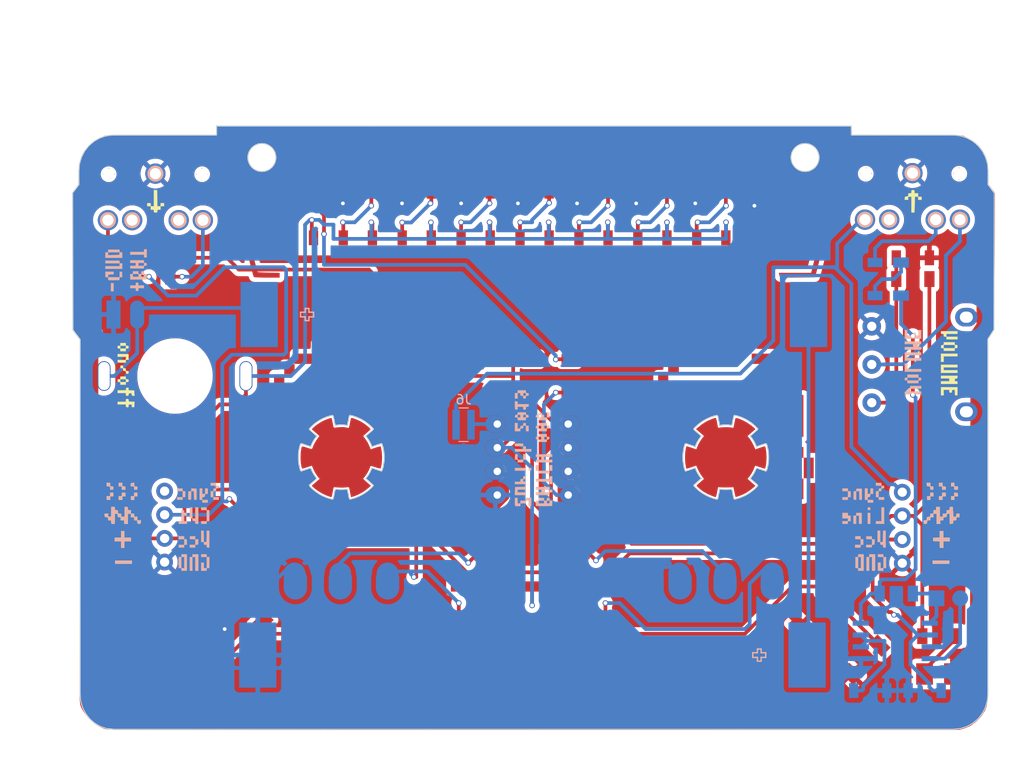
<source format=kicad_pcb>
(kicad_pcb (version 20221018) (generator pcbnew)
  (layers (0 "F.Cu" signal) (31 "B.Cu" signal) (34 "B.Paste" user) (35 "F.Paste" user) (36 "B.SilkS" user "B.Silkscreen") (37 "F.SilkS" user "F.Silkscreen") (38 "B.Mask" user) (39 "F.Mask" user) (44 "Edge.Cuts" user))
  (net 0 "")
  (net 1 "AudioProg")
  (net 2 "PB3")
  (net 3 "VCC")
  (net 4 "GND")
  (net 5 "CV_OUT")
  (net 6 "Net-(D-OUT1-Pad2)")
  (net 7 "CV_IN")
  (net 8 "Sync_OUT")
  (net 9 "Sound_OUT")
  (net 10 "+3V3")
  (net 11 "But-L")
  (net 12 "But-R")
  (net 13 "PB4/A2")
  (net 14 "PB2/A1")
  (net 15 "PB1")
  (net 16 "PB0")
  (net 17 "Net-(NEO1-Pad4)")
  (net 18 "Net-(C6-Pad1)")
  (net 19 "Net-(NEO1-Pad2)")
  (net 20 "Net-(Speaker1-Pad2)")
  (net 21 "Net-(NEO2-Pad4)")
  (net 22 "Net-(NEO3-Pad4)")
  (net 23 "Net-(NEO4-Pad4)")
  (net 24 "Net-(NEO5-Pad4)")
  (net 25 "Net-(NEO6-Pad4)")
  (net 26 "Net-(NEO7-Pad4)")
  (net 27 "Net-(C5-Pad1)")
  (net 28 "Net-(D-POW1-Pad1)")
  (net 29 "Net-(R14-Pad1)")
  (net 30 "Net-(R15-Pad1)")
  (net 31 "Net-(POT1-MAIN1-Pad2)")
  (net 32 "Net-(POT1-MAIN1-Pad1)")
  (net 33 "Net-(POT2-CV1-Pad2)")
  (net 34 "Net-(BT1-Pad2)")
  (net 35 "Net-(J6-Pad1)")
  (net 36 "Net-(Jack2-Pad2)")
  (net 37 "Net-(Jack1-Pad2)")
  (footprint "8BitMixtape-3000-clean:MixtapeNEO-3000" (layer "F.Cu") (at 150 100)
    (fp_text reference "board1" hide)
    (fp_text value "SVG2SHENZHEN" hide)
    (fp_line (start -49.492569 -25.182222) (end -49.489169 -23.342403) (stroke (width 0.1)) (layer "Edge.Cuts"))
    (fp_line (start -49.489169 -23.342403) (end -49.485769 -21.502582) (stroke (width 0.1)) (layer "Edge.Cuts"))
    (fp_line (start -49.485769 -21.502582) (end -49.482369 -19.662764) (stroke (width 0.1)) (layer "Edge.Cuts"))
    (fp_line (start -49.482369 -19.662764) (end -49.478969 -17.822943) (stroke (width 0.1)) (layer "Edge.Cuts"))
    (fp_line (start -49.478969 -17.822943) (end -49.475569 -15.983126) (stroke (width 0.1)) (layer "Edge.Cuts"))
    (fp_line (start -49.475569 -15.983126) (end -49.472169 -14.143308) (stroke (width 0.1)) (layer "Edge.Cuts"))
    (fp_line (start -49.472169 -14.143308) (end -49.468769 -12.303487) (stroke (width 0.1)) (layer "Edge.Cuts"))
    (fp_line (start -49.468769 -12.303487) (end -49.465369 -10.463669) (stroke (width 0.1)) (layer "Edge.Cuts"))
    (fp_line (start -49.465369 -10.463669) (end -49.368979 -10.336545) (stroke (width 0.1)) (layer "Edge.Cuts"))
    (fp_line (start -49.409269 -25.291913) (end -49.492569 -25.182222) (stroke (width 0.1)) (layer "Edge.Cuts"))
    (fp_line (start -49.368979 -10.336545) (end -49.272589 -10.209421) (stroke (width 0.1)) (layer "Edge.Cuts"))
    (fp_line (start -49.325969 -25.401605) (end -49.409269 -25.291913) (stroke (width 0.1)) (layer "Edge.Cuts"))
    (fp_line (start -49.272589 -10.209421) (end -49.176199 -10.082297) (stroke (width 0.1)) (layer "Edge.Cuts"))
    (fp_line (start -49.242669 -25.511296) (end -49.325969 -25.401605) (stroke (width 0.1)) (layer "Edge.Cuts"))
    (fp_line (start -49.176199 -10.082297) (end -49.079809 -9.955175) (stroke (width 0.1)) (layer "Edge.Cuts"))
    (fp_line (start -49.159369 -25.620987) (end -49.242669 -25.511296) (stroke (width 0.1)) (layer "Edge.Cuts"))
    (fp_line (start -49.079809 -9.955175) (end -48.983419 -9.828051) (stroke (width 0.1)) (layer "Edge.Cuts"))
    (fp_line (start -49.076069 -25.730682) (end -49.159369 -25.620987) (stroke (width 0.1)) (layer "Edge.Cuts"))
    (fp_line (start -48.992769 -25.840373) (end -49.076069 -25.730682) (stroke (width 0.1)) (layer "Edge.Cuts"))
    (fp_line (start -48.983419 -9.828051) (end -48.887019 -9.700927) (stroke (width 0.1)) (layer "Edge.Cuts"))
    (fp_line (start -48.909469 -25.950064) (end -48.992769 -25.840373) (stroke (width 0.1)) (layer "Edge.Cuts"))
    (fp_line (start -48.887019 -9.700927) (end -48.790629 -9.573803) (stroke (width 0.1)) (layer "Edge.Cuts"))
    (fp_line (start -48.826169 -27.559027) (end -48.826169 -27.394559) (stroke (width 0.1)) (layer "Edge.Cuts"))
    (fp_line (start -48.826169 -27.394559) (end -48.826169 -27.230087) (stroke (width 0.1)) (layer "Edge.Cuts"))
    (fp_line (start -48.826169 -27.230087) (end -48.826169 -27.06562) (stroke (width 0.1)) (layer "Edge.Cuts"))
    (fp_line (start -48.826169 -27.06562) (end -48.826169 -26.901151) (stroke (width 0.1)) (layer "Edge.Cuts"))
    (fp_line (start -48.826169 -26.901151) (end -48.826169 -26.736681) (stroke (width 0.1)) (layer "Edge.Cuts"))
    (fp_line (start -48.826169 -26.736681) (end -48.826169 -26.572214) (stroke (width 0.1)) (layer "Edge.Cuts"))
    (fp_line (start -48.826169 -26.572214) (end -48.826169 -26.407742) (stroke (width 0.1)) (layer "Edge.Cuts"))
    (fp_line (start -48.826169 -26.407742) (end -48.826169 -26.243275) (stroke (width 0.1)) (layer "Edge.Cuts"))
    (fp_line (start -48.826169 -26.243275) (end -48.826169 -26.220335) (stroke (width 0.1)) (layer "Edge.Cuts"))
    (fp_line (start -48.826169 -26.220335) (end -48.826169 -26.197395) (stroke (width 0.1)) (layer "Edge.Cuts"))
    (fp_line (start -48.826169 -26.197395) (end -48.826169 -26.174455) (stroke (width 0.1)) (layer "Edge.Cuts"))
    (fp_line (start -48.826169 -26.174455) (end -48.826169 -26.151515) (stroke (width 0.1)) (layer "Edge.Cuts"))
    (fp_line (start -48.826169 -26.151515) (end -48.826169 -26.128575) (stroke (width 0.1)) (layer "Edge.Cuts"))
    (fp_line (start -48.826169 -26.128575) (end -48.826169 -26.105635) (stroke (width 0.1)) (layer "Edge.Cuts"))
    (fp_line (start -48.826169 -26.105635) (end -48.826169 -26.082695) (stroke (width 0.1)) (layer "Edge.Cuts"))
    (fp_line (start -48.826169 -26.082695) (end -48.826169 -26.059755) (stroke (width 0.1)) (layer "Edge.Cuts"))
    (fp_line (start -48.826169 -26.059755) (end -48.909469 -25.950064) (stroke (width 0.1)) (layer "Edge.Cuts"))
    (fp_line (start -48.790629 -9.573803) (end -48.694236 -9.446679) (stroke (width 0.1)) (layer "Edge.Cuts"))
    (fp_line (start -48.751684 -28.315859) (end -48.826169 -27.559027) (stroke (width 0.1)) (layer "Edge.Cuts"))
    (fp_line (start -48.694236 -9.446679) (end -48.694236 -9.265122) (stroke (width 0.1)) (layer "Edge.Cuts"))
    (fp_line (start -48.694236 -9.265122) (end -48.694236 -9.083566) (stroke (width 0.1)) (layer "Edge.Cuts"))
    (fp_line (start -48.694236 -9.083566) (end -48.694236 -8.90201) (stroke (width 0.1)) (layer "Edge.Cuts"))
    (fp_line (start -48.694236 -8.90201) (end -48.694236 -8.720453) (stroke (width 0.1)) (layer "Edge.Cuts"))
    (fp_line (start -48.694236 -8.720453) (end -48.694236 -8.538894) (stroke (width 0.1)) (layer "Edge.Cuts"))
    (fp_line (start -48.694236 -8.538894) (end -48.694236 -8.357338) (stroke (width 0.1)) (layer "Edge.Cuts"))
    (fp_line (start -48.694236 -8.357338) (end -48.694236 -8.175781) (stroke (width 0.1)) (layer "Edge.Cuts"))
    (fp_line (start -48.694236 -8.175781) (end -48.694236 -7.994225) (stroke (width 0.1)) (layer "Edge.Cuts"))
    (fp_line (start -48.694236 -7.994225) (end -48.694236 -3.41211) (stroke (width 0.1)) (layer "Edge.Cuts"))
    (fp_line (start -48.694236 -3.41211) (end -48.694236 1.170005) (stroke (width 0.1)) (layer "Edge.Cuts"))
    (fp_line (start -48.694236 1.170005) (end -48.694236 5.752119) (stroke (width 0.1)) (layer "Edge.Cuts"))
    (fp_line (start -48.694236 5.752119) (end -48.694236 10.334234) (stroke (width 0.1)) (layer "Edge.Cuts"))
    (fp_line (start -48.694236 10.334234) (end -48.694236 14.916348) (stroke (width 0.1)) (layer "Edge.Cuts"))
    (fp_line (start -48.694236 14.916348) (end -48.694236 19.498463) (stroke (width 0.1)) (layer "Edge.Cuts"))
    (fp_line (start -48.694236 19.498463) (end -48.694236 24.080579) (stroke (width 0.1)) (layer "Edge.Cuts"))
    (fp_line (start -48.694236 24.080579) (end -48.694236 28.662699) (stroke (width 0.1)) (layer "Edge.Cuts"))
    (fp_line (start -48.694236 28.662699) (end -48.694236 28.662909) (stroke (width 0.1)) (layer "Edge.Cuts"))
    (fp_line (start -48.694236 28.662909) (end -48.694236 28.663119) (stroke (width 0.1)) (layer "Edge.Cuts"))
    (fp_line (start -48.694236 28.663119) (end -48.694236 28.663329) (stroke (width 0.1)) (layer "Edge.Cuts"))
    (fp_line (start -48.694236 28.663329) (end -48.694236 28.663549) (stroke (width 0.1)) (layer "Edge.Cuts"))
    (fp_line (start -48.694236 28.663549) (end -48.694236 28.663759) (stroke (width 0.1)) (layer "Edge.Cuts"))
    (fp_line (start -48.694236 28.663759) (end -48.694236 28.663969) (stroke (width 0.1)) (layer "Edge.Cuts"))
    (fp_line (start -48.694236 28.663969) (end -48.694236 28.664179) (stroke (width 0.1)) (layer "Edge.Cuts"))
    (fp_line (start -48.694236 28.664179) (end -48.694236 28.664389) (stroke (width 0.1)) (layer "Edge.Cuts"))
    (fp_line (start -48.694236 28.664389) (end -48.622007 29.400589) (stroke (width 0.1)) (layer "Edge.Cuts"))
    (fp_line (start -48.622007 29.400589) (end -48.418965 30.097208) (stroke (width 0.1)) (layer "Edge.Cuts"))
    (fp_line (start -48.5375 -29.028483) (end -48.751684 -28.315859) (stroke (width 0.1)) (layer "Edge.Cuts"))
    (fp_line (start -48.418965 30.097208) (end -48.096616 30.736208) (stroke (width 0.1)) (layer "Edge.Cuts"))
    (fp_line (start -48.197532 -29.679421) (end -48.5375 -29.028483) (stroke (width 0.1)) (layer "Edge.Cuts"))
    (fp_line (start -48.096616 30.736208) (end -47.66647 31.299507) (stroke (width 0.1)) (layer "Edge.Cuts"))
    (fp_line (start -47.745686 -30.251194) (end -48.197532 -29.679421) (stroke (width 0.1)) (layer "Edge.Cuts"))
    (fp_line (start -47.66647 31.299507) (end -47.140038 31.769067) (stroke (width 0.1)) (layer "Edge.Cuts"))
    (fp_line (start -47.195874 -30.72633) (end -47.745686 -30.251194) (stroke (width 0.1)) (layer "Edge.Cuts"))
    (fp_line (start -47.140038 31.769067) (end -46.528827 32.126826) (stroke (width 0.1)) (layer "Edge.Cuts"))
    (fp_line (start -46.562006 -31.08735) (end -47.195874 -30.72633) (stroke (width 0.1)) (layer "Edge.Cuts"))
    (fp_line (start -46.528827 32.126826) (end -45.844347 32.354716) (stroke (width 0.1)) (layer "Edge.Cuts"))
    (fp_line (start -45.857994 -31.316777) (end -46.562006 -31.08735) (stroke (width 0.1)) (layer "Edge.Cuts"))
    (fp_line (start -45.844347 32.354716) (end -45.098107 32.434716) (stroke (width 0.1)) (layer "Edge.Cuts"))
    (fp_line (start -45.098107 32.434716) (end -33.821406 32.434716) (stroke (width 0.1)) (layer "Edge.Cuts"))
    (fp_line (start -45.097747 -31.397137) (end -45.857994 -31.316777) (stroke (width 0.1)) (layer "Edge.Cuts"))
    (fp_line (start -43.713989 -31.397137) (end -45.097747 -31.397137) (stroke (width 0.1)) (layer "Edge.Cuts"))
    (fp_line (start -42.330234 -31.397137) (end -43.713989 -31.397137) (stroke (width 0.1)) (layer "Edge.Cuts"))
    (fp_line (start -40.946476 -31.397137) (end -42.330234 -31.397137) (stroke (width 0.1)) (layer "Edge.Cuts"))
    (fp_line (start -39.562712 -31.397137) (end -40.946476 -31.397137) (stroke (width 0.1)) (layer "Edge.Cuts"))
    (fp_line (start -38.178955 -31.397137) (end -39.562712 -31.397137) (stroke (width 0.1)) (layer "Edge.Cuts"))
    (fp_line (start -36.795196 -31.397137) (end -38.178955 -31.397137) (stroke (width 0.1)) (layer "Edge.Cuts"))
    (fp_line (start -35.411441 -31.397137) (end -36.795196 -31.397137) (stroke (width 0.1)) (layer "Edge.Cuts"))
    (fp_line (start -34.031302 -32.372241) (end -34.027702 -32.372207) (stroke (width 0.1)) (layer "Edge.Cuts"))
    (fp_line (start -34.031299 -32.372237) (end -34.031302 -32.372241) (stroke (width 0.1)) (layer "Edge.Cuts"))
    (fp_line (start -34.031296 -32.372231) (end -34.031299 -32.372237) (stroke (width 0.1)) (layer "Edge.Cuts"))
    (fp_line (start -34.031294 -32.372227) (end -34.031296 -32.372231) (stroke (width 0.1)) (layer "Edge.Cuts"))
    (fp_line (start -34.031291 -32.372222) (end -34.031294 -32.372227) (stroke (width 0.1)) (layer "Edge.Cuts"))
    (fp_line (start -34.031288 -32.372217) (end -34.031291 -32.372222) (stroke (width 0.1)) (layer "Edge.Cuts"))
    (fp_line (start -34.031285 -32.372212) (end -34.031288 -32.372217) (stroke (width 0.1)) (layer "Edge.Cuts"))
    (fp_line (start -34.031283 -32.372207) (end -34.031285 -32.372212) (stroke (width 0.1)) (layer "Edge.Cuts"))
    (fp_line (start -34.027702 -32.372207) (end -34.027683 -32.372238) (stroke (width 0.1)) (layer "Edge.Cuts"))
    (fp_line (start -34.027683 -32.372238) (end -34.027683 -32.25035) (stroke (width 0.1)) (layer "Edge.Cuts"))
    (fp_line (start -34.027683 -32.25035) (end -34.027683 -32.128463) (stroke (width 0.1)) (layer "Edge.Cuts"))
    (fp_line (start -34.027683 -32.128463) (end -34.027683 -32.006576) (stroke (width 0.1)) (layer "Edge.Cuts"))
    (fp_line (start -34.027683 -32.006576) (end -34.027683 -31.884687) (stroke (width 0.1)) (layer "Edge.Cuts"))
    (fp_line (start -34.027683 -31.884687) (end -34.027683 -31.7628) (stroke (width 0.1)) (layer "Edge.Cuts"))
    (fp_line (start -34.027683 -31.7628) (end -34.027683 -31.640913) (stroke (width 0.1)) (layer "Edge.Cuts"))
    (fp_line (start -34.027683 -31.640913) (end -34.027683 -31.519024) (stroke (width 0.1)) (layer "Edge.Cuts"))
    (fp_line (start -34.027683 -31.519024) (end -34.027683 -31.397137) (stroke (width 0.1)) (layer "Edge.Cuts"))
    (fp_line (start -34.027683 -31.397137) (end -35.411441 -31.397137) (stroke (width 0.1)) (layer "Edge.Cuts"))
    (fp_line (start -33.821406 32.434716) (end -22.544715 32.434716) (stroke (width 0.1)) (layer "Edge.Cuts"))
    (fp_line (start -30.663843 -28.981869) (end -30.634703 -29.27642) (stroke (width 0.1)) (layer "Edge.Cuts"))
    (fp_line (start -30.634703 -29.27642) (end -30.549453 -29.556963) (stroke (width 0.1)) (layer "Edge.Cuts"))
    (fp_line (start -30.634703 -28.687319) (end -30.663843 -28.981869) (stroke (width 0.1)) (layer "Edge.Cuts"))
    (fp_line (start -30.549453 -29.556963) (end -30.411359 -29.81562) (stroke (width 0.1)) (layer "Edge.Cuts"))
    (fp_line (start -30.549453 -28.406776) (end -30.634703 -28.687319) (stroke (width 0.1)) (layer "Edge.Cuts"))
    (fp_line (start -30.411359 -29.81562) (end -30.223688 -30.044505) (stroke (width 0.1)) (layer "Edge.Cuts"))
    (fp_line (start -30.411359 -28.148118) (end -30.549453 -28.406776) (stroke (width 0.1)) (layer "Edge.Cuts"))
    (fp_line (start -30.223688 -30.044505) (end -29.994803 -30.232176) (stroke (width 0.1)) (layer "Edge.Cuts"))
    (fp_line (start -30.223688 -27.919235) (end -30.411359 -28.148118) (stroke (width 0.1)) (layer "Edge.Cuts"))
    (fp_line (start -29.994803 -30.232176) (end -29.736146 -30.37027) (stroke (width 0.1)) (layer "Edge.Cuts"))
    (fp_line (start -29.994803 -27.731562) (end -30.223688 -27.919235) (stroke (width 0.1)) (layer "Edge.Cuts"))
    (fp_line (start -29.736146 -30.37027) (end -29.455602 -30.45552) (stroke (width 0.1)) (layer "Edge.Cuts"))
    (fp_line (start -29.736146 -27.593469) (end -29.994803 -27.731562) (stroke (width 0.1)) (layer "Edge.Cuts"))
    (fp_line (start -29.455602 -30.45552) (end -29.161052 -30.48466) (stroke (width 0.1)) (layer "Edge.Cuts"))
    (fp_line (start -29.455602 -27.508218) (end -29.736146 -27.593469) (stroke (width 0.1)) (layer "Edge.Cuts"))
    (fp_line (start -29.161052 -30.48466) (end -28.866502 -30.45552) (stroke (width 0.1)) (layer "Edge.Cuts"))
    (fp_line (start -29.161052 -27.479078) (end -29.455602 -27.508218) (stroke (width 0.1)) (layer "Edge.Cuts"))
    (fp_line (start -28.866502 -30.45552) (end -28.585958 -30.37027) (stroke (width 0.1)) (layer "Edge.Cuts"))
    (fp_line (start -28.866502 -27.508218) (end -29.161052 -27.479078) (stroke (width 0.1)) (layer "Edge.Cuts"))
    (fp_line (start -28.585958 -30.37027) (end -28.327301 -30.232176) (stroke (width 0.1)) (layer "Edge.Cuts"))
    (fp_line (start -28.585958 -27.593469) (end -28.866502 -27.508218) (stroke (width 0.1)) (layer "Edge.Cuts"))
    (fp_line (start -28.327301 -30.232176) (end -28.098416 -30.044505) (stroke (width 0.1)) (layer "Edge.Cuts"))
    (fp_line (start -28.327301 -27.731562) (end -28.585958 -27.593469) (stroke (width 0.1)) (layer "Edge.Cuts"))
    (fp_line (start -28.098416 -30.044505) (end -27.910745 -29.81562) (stroke (width 0.1)) (layer "Edge.Cuts"))
    (fp_line (start -28.098416 -27.919235) (end -28.327301 -27.731562) (stroke (width 0.1)) (layer "Edge.Cuts"))
    (fp_line (start -27.910745 -29.81562) (end -27.772651 -29.556963) (stroke (width 0.1)) (layer "Edge.Cuts"))
    (fp_line (start -27.910745 -28.148118) (end -28.098416 -27.919235) (stroke (width 0.1)) (layer "Edge.Cuts"))
    (fp_line (start -27.772651 -29.556963) (end -27.687401 -29.27642) (stroke (width 0.1)) (layer "Edge.Cuts"))
    (fp_line (start -27.772651 -28.406776) (end -27.910745 -28.148118) (stroke (width 0.1)) (layer "Edge.Cuts"))
    (fp_line (start -27.687401 -29.27642) (end -27.658261 -28.981869) (stroke (width 0.1)) (layer "Edge.Cuts"))
    (fp_line (start -27.687401 -28.687319) (end -27.772651 -28.406776) (stroke (width 0.1)) (layer "Edge.Cuts"))
    (fp_line (start -27.658261 -28.981869) (end -27.687401 -28.687319) (stroke (width 0.1)) (layer "Edge.Cuts"))
    (fp_line (start -27.658261 -28.981869) (end -27.658261 -28.981869) (stroke (width 0.1)) (layer "Edge.Cuts"))
    (fp_line (start -27.658261 -28.981869) (end -27.658261 -28.981869) (stroke (width 0.1)) (layer "Edge.Cuts"))
    (fp_line (start -25.509014 -32.372207) (end -34.031283 -32.372207) (stroke (width 0.1)) (layer "Edge.Cuts"))
    (fp_line (start -25.234468 3.212265) (end -25.233068 3.304845) (stroke (width 0.1)) (layer "Edge.Cuts"))
    (fp_line (start -25.233368 3.120655) (end -25.234468 3.212265) (stroke (width 0.1)) (layer "Edge.Cuts"))
    (fp_line (start -25.233068 3.304845) (end -25.229868 3.397315) (stroke (width 0.1)) (layer "Edge.Cuts"))
    (fp_line (start -25.230368 3.029155) (end -25.233368 3.120655) (stroke (width 0.1)) (layer "Edge.Cuts"))
    (fp_line (start -25.229868 3.397315) (end -25.224868 3.489645) (stroke (width 0.1)) (layer "Edge.Cuts"))
    (fp_line (start -25.225568 2.937785) (end -25.230368 3.029155) (stroke (width 0.1)) (layer "Edge.Cuts"))
    (fp_line (start -25.224868 3.489645) (end -25.217968 3.581815) (stroke (width 0.1)) (layer "Edge.Cuts"))
    (fp_line (start -25.218968 2.846575) (end -25.225568 2.937785) (stroke (width 0.1)) (layer "Edge.Cuts"))
    (fp_line (start -25.217968 3.581815) (end -25.209268 3.673795) (stroke (width 0.1)) (layer "Edge.Cuts"))
    (fp_line (start -25.210568 2.755545) (end -25.218968 2.846575) (stroke (width 0.1)) (layer "Edge.Cuts"))
    (fp_line (start -25.209268 3.673795) (end -25.198708 3.765555) (stroke (width 0.1)) (layer "Edge.Cuts"))
    (fp_line (start -25.200348 2.664725) (end -25.210568 2.755545) (stroke (width 0.1)) (layer "Edge.Cuts"))
    (fp_line (start -25.198708 3.765555) (end -25.186318 3.857065) (stroke (width 0.1)) (layer "Edge.Cuts"))
    (fp_line (start -25.188328 2.574145) (end -25.200348 2.664725) (stroke (width 0.1)) (layer "Edge.Cuts"))
    (fp_line (start -25.186318 3.857065) (end -25.172118 3.948295) (stroke (width 0.1)) (layer "Edge.Cuts"))
    (fp_line (start -25.174528 2.483835) (end -25.188328 2.574145) (stroke (width 0.1)) (layer "Edge.Cuts"))
    (fp_line (start -25.172118 3.948295) (end -25.156058 4.039225) (stroke (width 0.1)) (layer "Edge.Cuts"))
    (fp_line (start -25.158918 2.393815) (end -25.174528 2.483835) (stroke (width 0.1)) (layer "Edge.Cuts"))
    (fp_line (start -25.156058 4.039225) (end -25.138188 4.129825) (stroke (width 0.1)) (layer "Edge.Cuts"))
    (fp_line (start -25.141528 2.304115) (end -25.158918 2.393815) (stroke (width 0.1)) (layer "Edge.Cuts"))
    (fp_line (start -25.138188 4.129825) (end -25.118518 4.220055) (stroke (width 0.1)) (layer "Edge.Cuts"))
    (fp_line (start -25.122338 2.214755) (end -25.141528 2.304115) (stroke (width 0.1)) (layer "Edge.Cuts"))
    (fp_line (start -25.118518 4.220055) (end -25.097008 4.309905) (stroke (width 0.1)) (layer "Edge.Cuts"))
    (fp_line (start -25.101368 2.125775) (end -25.122338 2.214755) (stroke (width 0.1)) (layer "Edge.Cuts"))
    (fp_line (start -25.097008 4.309905) (end -25.073698 4.399345) (stroke (width 0.1)) (layer "Edge.Cuts"))
    (fp_line (start -25.078648 2.037195) (end -25.101368 2.125775) (stroke (width 0.1)) (layer "Edge.Cuts"))
    (fp_line (start -25.073698 4.399345) (end -25.048578 4.488335) (stroke (width 0.1)) (layer "Edge.Cuts"))
    (fp_line (start -25.054148 1.949035) (end -25.078648 2.037195) (stroke (width 0.1)) (layer "Edge.Cuts"))
    (fp_line (start -25.048578 4.488335) (end -25.021658 4.576865) (stroke (width 0.1)) (layer "Edge.Cuts"))
    (fp_line (start -25.027898 1.861335) (end -25.054148 1.949035) (stroke (width 0.1)) (layer "Edge.Cuts"))
    (fp_line (start -25.021658 4.576865) (end -24.992948 4.664895) (stroke (width 0.1)) (layer "Edge.Cuts"))
    (fp_line (start -24.999878 1.774115) (end -25.027898 1.861335) (stroke (width 0.1)) (layer "Edge.Cuts"))
    (fp_line (start -24.992948 4.664895) (end -24.914398 4.685555) (stroke (width 0.1)) (layer "Edge.Cuts"))
    (fp_line (start -24.914608 1.751395) (end -24.999878 1.774115) (stroke (width 0.1)) (layer "Edge.Cuts"))
    (fp_line (start -24.914398 4.685555) (end -24.758337 4.632325) (stroke (width 0.1)) (layer "Edge.Cuts"))
    (fp_line (start -24.758337 4.632325) (end -24.601755 4.579615) (stroke (width 0.1)) (layer "Edge.Cuts"))
    (fp_line (start -24.756995 1.804615) (end -24.914608 1.751395) (stroke (width 0.1)) (layer "Edge.Cuts"))
    (fp_line (start -24.601755 4.579615) (end -24.445175 4.526905) (stroke (width 0.1)) (layer "Edge.Cuts"))
    (fp_line (start -24.599379 1.857845) (end -24.756995 1.804615) (stroke (width 0.1)) (layer "Edge.Cuts"))
    (fp_line (start -24.445175 4.526905) (end -24.289115 4.474195) (stroke (width 0.1)) (layer "Edge.Cuts"))
    (fp_line (start -24.441767 1.911075) (end -24.599379 1.857845) (stroke (width 0.1)) (layer "Edge.Cuts"))
    (fp_line (start -24.289115 4.474195) (end -24.132532 4.421485) (stroke (width 0.1)) (layer "Edge.Cuts"))
    (fp_line (start -24.284154 1.964305) (end -24.441767 1.911075) (stroke (width 0.1)) (layer "Edge.Cuts"))
    (fp_line (start -24.132532 4.421485) (end -23.976472 4.368255) (stroke (width 0.1)) (layer "Edge.Cuts"))
    (fp_line (start -24.126542 2.017535) (end -24.284154 1.964305) (stroke (width 0.1)) (layer "Edge.Cuts"))
    (fp_line (start -24.06919 0.159781) (end -24.04489 0.245561) (stroke (width 0.1)) (layer "Edge.Cuts"))
    (fp_line (start -24.065866 6.267362) (end -23.940088 6.403427) (stroke (width 0.1)) (layer "Edge.Cuts"))
    (fp_line (start -24.045206 6.191912) (end -24.065866 6.267362) (stroke (width 0.1)) (layer "Edge.Cuts"))
    (fp_line (start -24.04489 0.245561) (end -23.920351 0.35563) (stroke (width 0.1)) (layer "Edge.Cuts"))
    (fp_line (start -23.976472 4.368255) (end -23.913422 4.347065) (stroke (width 0.1)) (layer "Edge.Cuts"))
    (fp_line (start -23.968412 2.070765) (end -24.126542 2.017535) (stroke (width 0.1)) (layer "Edge.Cuts"))
    (fp_line (start -23.943465 0.024106) (end -24.06919 0.159781) (stroke (width 0.1)) (layer "Edge.Cuts"))
    (fp_line (start -23.940088 6.403427) (end -23.809315 6.533949) (stroke (width 0.1)) (layer "Edge.Cuts"))
    (fp_line (start -23.9217 6.083392) (end -24.045206 6.191912) (stroke (width 0.1)) (layer "Edge.Cuts"))
    (fp_line (start -23.920351 0.35563) (end -23.795293 0.465186) (stroke (width 0.1)) (layer "Edge.Cuts"))
    (fp_line (start -23.915182 2.088855) (end -23.968412 2.070765) (stroke (width 0.1)) (layer "Edge.Cuts"))
    (fp_line (start -23.913422 4.347065) (end -23.798182 4.639551) (stroke (width 0.1)) (layer "Edge.Cuts"))
    (fp_line (start -23.862992 1.93641) (end -23.915182 2.088855) (stroke (width 0.1)) (layer "Edge.Cuts"))
    (fp_line (start -23.812767 -0.106044) (end -23.943465 0.024106) (stroke (width 0.1)) (layer "Edge.Cuts"))
    (fp_line (start -23.809315 6.533949) (end -23.673742 6.658815) (stroke (width 0.1)) (layer "Edge.Cuts"))
    (fp_line (start -23.798708 5.974872) (end -23.9217 6.083392) (stroke (width 0.1)) (layer "Edge.Cuts"))
    (fp_line (start -23.798182 4.639551) (end -23.64057 4.94806) (stroke (width 0.1)) (layer "Edge.Cuts"))
    (fp_line (start -23.795293 0.465186) (end -23.670754 0.575256) (stroke (width 0.1)) (layer "Edge.Cuts"))
    (fp_line (start -23.719329 1.620668) (end -23.862992 1.93641) (stroke (width 0.1)) (layer "Edge.Cuts"))
    (fp_line (start -23.67729 -0.230555) (end -23.812767 -0.106044) (stroke (width 0.1)) (layer "Edge.Cuts"))
    (fp_line (start -23.675204 5.866349) (end -23.798708 5.974872) (stroke (width 0.1)) (layer "Edge.Cuts"))
    (fp_line (start -23.673742 6.658815) (end -23.533552 6.777925) (stroke (width 0.1)) (layer "Edge.Cuts"))
    (fp_line (start -23.670754 0.575256) (end -23.546215 0.685325) (stroke (width 0.1)) (layer "Edge.Cuts"))
    (fp_line (start -23.64057 4.94806) (end -23.510347 5.156317) (stroke (width 0.1)) (layer "Edge.Cuts"))
    (fp_line (start -23.551695 5.757831) (end -23.675204 5.866349) (stroke (width 0.1)) (layer "Edge.Cuts"))
    (fp_line (start -23.546215 0.685325) (end -23.42064 0.794881) (stroke (width 0.1)) (layer "Edge.Cuts"))
    (fp_line (start -23.544665 1.320426) (end -23.719329 1.620668) (stroke (width 0.1)) (layer "Edge.Cuts"))
    (fp_line (start -23.53722 -0.349317) (end -23.67729 -0.230555) (stroke (width 0.1)) (layer "Edge.Cuts"))
    (fp_line (start -23.533552 6.777925) (end -23.388945 6.891158) (stroke (width 0.1)) (layer "Edge.Cuts"))
    (fp_line (start -23.510347 5.156317) (end -23.301573 5.433818) (stroke (width 0.1)) (layer "Edge.Cuts"))
    (fp_line (start -23.428189 5.649308) (end -23.551695 5.757831) (stroke (width 0.1)) (layer "Edge.Cuts"))
    (fp_line (start -23.42064 0.794881) (end -23.296098 0.904437) (stroke (width 0.1)) (layer "Edge.Cuts"))
    (fp_line (start -23.392751 -0.462222) (end -23.53722 -0.349317) (stroke (width 0.1)) (layer "Edge.Cuts"))
    (fp_line (start -23.388945 6.891158) (end -23.240103 6.998405) (stroke (width 0.1)) (layer "Edge.Cuts"))
    (fp_line (start -23.341578 1.039307) (end -23.544665 1.320426) (stroke (width 0.1)) (layer "Edge.Cuts"))
    (fp_line (start -23.304683 5.540788) (end -23.428189 5.649308) (stroke (width 0.1)) (layer "Edge.Cuts"))
    (fp_line (start -23.301573 5.433818) (end -23.248353 5.491698) (stroke (width 0.1)) (layer "Edge.Cuts"))
    (fp_line (start -23.296098 0.904437) (end -23.255788 0.940087) (stroke (width 0.1)) (layer "Edge.Cuts"))
    (fp_line (start -23.255788 0.940087) (end -23.341578 1.039307) (stroke (width 0.1)) (layer "Edge.Cuts"))
    (fp_line (start -23.248353 5.491698) (end -23.304683 5.540788) (stroke (width 0.1)) (layer "Edge.Cuts"))
    (fp_line (start -23.244071 -0.569162) (end -23.392751 -0.462222) (stroke (width 0.1)) (layer "Edge.Cuts"))
    (fp_line (start -23.240103 6.998405) (end -23.087226 7.099559) (stroke (width 0.1)) (layer "Edge.Cuts"))
    (fp_line (start -23.091369 -0.67002) (end -23.244071 -0.569162) (stroke (width 0.1)) (layer "Edge.Cuts"))
    (fp_line (start -23.087226 7.099559) (end -22.9305 7.194509) (stroke (width 0.1)) (layer "Edge.Cuts"))
    (fp_line (start -22.934837 -0.76469) (end -23.091369 -0.67002) (stroke (width 0.1)) (layer "Edge.Cuts"))
    (fp_line (start -22.9305 7.194509) (end -22.770117 7.283139) (stroke (width 0.1)) (layer "Edge.Cuts"))
    (fp_line (start -22.774666 -0.85306) (end -22.934837 -0.76469) (stroke (width 0.1)) (layer "Edge.Cuts"))
    (fp_line (start -22.770117 7.283139) (end -22.606269 7.365339) (stroke (width 0.1)) (layer "Edge.Cuts"))
    (fp_line (start -22.611046 -0.93503) (end -22.774666 -0.85306) (stroke (width 0.1)) (layer "Edge.Cuts"))
    (fp_line (start -22.606269 7.365339) (end -22.439148 7.441009) (stroke (width 0.1)) (layer "Edge.Cuts"))
    (fp_line (start -22.544715 32.434716) (end -11.268021 32.434716) (stroke (width 0.1)) (layer "Edge.Cuts"))
    (fp_line (start -22.444168 -1.01048) (end -22.611046 -0.93503) (stroke (width 0.1)) (layer "Edge.Cuts"))
    (fp_line (start -22.439148 7.441009) (end -22.26894 7.510029) (stroke (width 0.1)) (layer "Edge.Cuts"))
    (fp_line (start -22.274216 -1.0793) (end -22.444168 -1.01048) (stroke (width 0.1)) (layer "Edge.Cuts"))
    (fp_line (start -22.26894 7.510029) (end -22.095843 7.572289) (stroke (width 0.1)) (layer "Edge.Cuts"))
    (fp_line (start -22.10139 -1.14139) (end -22.274216 -1.0793) (stroke (width 0.1)) (layer "Edge.Cuts"))
    (fp_line (start -22.095843 7.572289) (end -21.920046 7.627679) (stroke (width 0.1)) (layer "Edge.Cuts"))
    (fp_line (start -21.925872 -1.19663) (end -22.10139 -1.14139) (stroke (width 0.1)) (layer "Edge.Cuts"))
    (fp_line (start -21.920046 7.627679) (end -21.741736 7.676089) (stroke (width 0.1)) (layer "Edge.Cuts"))
    (fp_line (start -21.747857 -1.24491) (end -21.925872 -1.19663) (stroke (width 0.1)) (layer "Edge.Cuts"))
    (fp_line (start -21.741736 7.676089) (end -21.56111 7.717409) (stroke (width 0.1)) (layer "Edge.Cuts"))
    (fp_line (start -21.567532 -1.28613) (end -21.747857 -1.24491) (stroke (width 0.1)) (layer "Edge.Cuts"))
    (fp_line (start -21.56111 7.717409) (end -21.50427 7.659529) (stroke (width 0.1)) (layer "Edge.Cuts"))
    (fp_line (start -21.50427 7.659529) (end -21.47171 7.498299) (stroke (width 0.1)) (layer "Edge.Cuts"))
    (fp_line (start -21.503452 -1.22205) (end -21.567532 -1.28613) (stroke (width 0.1)) (layer "Edge.Cuts"))
    (fp_line (start -21.47171 7.498299) (end -21.43967 7.336552) (stroke (width 0.1)) (layer "Edge.Cuts"))
    (fp_line (start -21.470902 -1.059789) (end -21.503452 -1.22205) (stroke (width 0.1)) (layer "Edge.Cuts"))
    (fp_line (start -21.43967 7.336552) (end -21.40711 7.175324) (stroke (width 0.1)) (layer "Edge.Cuts"))
    (fp_line (start -21.438862 -0.897523) (end -21.470902 -1.059789) (stroke (width 0.1)) (layer "Edge.Cuts"))
    (fp_line (start -21.40711 7.175324) (end -21.37455 7.014087) (stroke (width 0.1)) (layer "Edge.Cuts"))
    (fp_line (start -21.406312 -0.735259) (end -21.438862 -0.897523) (stroke (width 0.1)) (layer "Edge.Cuts"))
    (fp_line (start -21.37455 7.014087) (end -21.34251 6.852859) (stroke (width 0.1)) (layer "Edge.Cuts"))
    (fp_line (start -21.373752 -0.573512) (end -21.406312 -0.735259) (stroke (width 0.1)) (layer "Edge.Cuts"))
    (fp_line (start -21.34251 6.852859) (end -21.31047 6.692145) (stroke (width 0.1)) (layer "Edge.Cuts"))
    (fp_line (start -21.341192 -0.411248) (end -21.373752 -0.573512) (stroke (width 0.1)) (layer "Edge.Cuts"))
    (fp_line (start -21.31047 6.692145) (end -21.29548 6.618765) (stroke (width 0.1)) (layer "Edge.Cuts"))
    (fp_line (start -21.308632 -0.249501) (end -21.341192 -0.411248) (stroke (width 0.1)) (layer "Edge.Cuts"))
    (fp_line (start -21.296182 -0.191571) (end -21.308632 -0.249501) (stroke (width 0.1)) (layer "Edge.Cuts"))
    (fp_line (start -21.29548 6.618765) (end -21.24329 6.629605) (stroke (width 0.1)) (layer "Edge.Cuts"))
    (fp_line (start -21.24329 6.629605) (end -20.898609 6.673525) (stroke (width 0.1)) (layer "Edge.Cuts"))
    (fp_line (start -21.062087 -0.232401) (end -21.296182 -0.191571) (stroke (width 0.1)) (layer "Edge.Cuts"))
    (fp_line (start -20.898609 6.673525) (end -20.552375 6.682325) (stroke (width 0.1)) (layer "Edge.Cuts"))
    (fp_line (start -20.716371 -0.257721) (end -21.062087 -0.232401) (stroke (width 0.1)) (layer "Edge.Cuts"))
    (fp_line (start -20.552375 6.682325) (end -20.205627 6.657545) (stroke (width 0.1)) (layer "Edge.Cuts"))
    (fp_line (start -20.369105 -0.248921) (end -20.716371 -0.257721) (stroke (width 0.1)) (layer "Edge.Cuts"))
    (fp_line (start -20.205627 6.657545) (end -19.972571 6.617235) (stroke (width 0.1)) (layer "Edge.Cuts"))
    (fp_line (start -20.025461 -0.205001) (end -20.369105 -0.248921) (stroke (width 0.1)) (layer "Edge.Cuts"))
    (fp_line (start -19.972571 6.617235) (end -19.958631 6.686485) (stroke (width 0.1)) (layer "Edge.Cuts"))
    (fp_line (start -19.971201 -0.193631) (end -20.025461 -0.205001) (stroke (width 0.1)) (layer "Edge.Cuts"))
    (fp_line (start -19.958781 -0.254611) (end -19.971201 -0.193631) (stroke (width 0.1)) (layer "Edge.Cuts"))
    (fp_line (start -19.958631 6.686485) (end -19.926591 6.848233) (stroke (width 0.1)) (layer "Edge.Cuts"))
    (fp_line (start -19.927261 -0.415325) (end -19.958781 -0.254611) (stroke (width 0.1)) (layer "Edge.Cuts"))
    (fp_line (start -19.926591 6.848233) (end -19.894031 7.011016) (stroke (width 0.1)) (layer "Edge.Cuts"))
    (fp_line (start -19.894711 -0.576556) (end -19.927261 -0.415325) (stroke (width 0.1)) (layer "Edge.Cuts"))
    (fp_line (start -19.894031 7.011016) (end -19.861481 7.17276) (stroke (width 0.1)) (layer "Edge.Cuts"))
    (fp_line (start -19.862671 -0.73779) (end -19.894711 -0.576556) (stroke (width 0.1)) (layer "Edge.Cuts"))
    (fp_line (start -19.861481 7.17276) (end -19.828921 7.334507) (stroke (width 0.1)) (layer "Edge.Cuts"))
    (fp_line (start -19.830111 -0.89902) (end -19.862671 -0.73779) (stroke (width 0.1)) (layer "Edge.Cuts"))
    (fp_line (start -19.828921 7.334507) (end -19.796361 7.496771) (stroke (width 0.1)) (layer "Edge.Cuts"))
    (fp_line (start -19.797561 -1.060248) (end -19.830111 -0.89902) (stroke (width 0.1)) (layer "Edge.Cuts"))
    (fp_line (start -19.796361 7.496771) (end -19.764321 7.658518) (stroke (width 0.1)) (layer "Edge.Cuts"))
    (fp_line (start -19.765521 -1.221479) (end -19.797561 -1.060248) (stroke (width 0.1)) (layer "Edge.Cuts"))
    (fp_line (start -19.764321 7.658518) (end -19.710061 7.713808) (stroke (width 0.1)) (layer "Edge.Cuts"))
    (fp_line (start -19.719028 -1.290723) (end -19.719021 -1.290729) (stroke (width 0.1)) (layer "Edge.Cuts"))
    (fp_line (start -19.719021 -1.290729) (end -19.765521 -1.221479) (stroke (width 0.1)) (layer "Edge.Cuts"))
    (fp_line (start -19.710061 7.713808) (end -19.529363 7.672818) (stroke (width 0.1)) (layer "Edge.Cuts"))
    (fp_line (start -19.542244 -1.255703) (end -19.719028 -1.290723) (stroke (width 0.1)) (layer "Edge.Cuts"))
    (fp_line (start -19.529363 7.672818) (end -19.350973 7.624738) (stroke (width 0.1)) (layer "Edge.Cuts"))
    (fp_line (start -19.360713 -1.207013) (end -19.542244 -1.255703) (stroke (width 0.1)) (layer "Edge.Cuts"))
    (fp_line (start -19.350973 7.624738) (end -19.175081 7.569678) (stroke (width 0.1)) (layer "Edge.Cuts"))
    (fp_line (start -19.18177 -1.151093) (end -19.360713 -1.207013) (stroke (width 0.1)) (layer "Edge.Cuts"))
    (fp_line (start -19.175081 7.569678) (end -19.001873 7.507738) (stroke (width 0.1)) (layer "Edge.Cuts"))
    (fp_line (start -19.005607 -1.088063) (end -19.18177 -1.151093) (stroke (width 0.1)) (layer "Edge.Cuts"))
    (fp_line (start -19.001873 7.507738) (end -18.831549 7.439038) (stroke (width 0.1)) (layer "Edge.Cuts"))
    (fp_line (start -18.832438 -1.018043) (end -19.005607 -1.088063) (stroke (width 0.1)) (layer "Edge.Cuts"))
    (fp_line (start -18.831549 7.439038) (end -18.664293 7.363678) (stroke (width 0.1)) (layer "Edge.Cuts"))
    (fp_line (start -18.664293 7.363678) (end -18.500299 7.281778) (stroke (width 0.1)) (layer "Edge.Cuts"))
    (fp_line (start -18.662453 -0.941143) (end -18.832438 -1.018043) (stroke (width 0.1)) (layer "Edge.Cuts"))
    (fp_line (start -18.500299 7.281778) (end -18.33976 7.193438) (stroke (width 0.1)) (layer "Edge.Cuts"))
    (fp_line (start -18.495857 -0.857483) (end -18.662453 -0.941143) (stroke (width 0.1)) (layer "Edge.Cuts"))
    (fp_line (start -18.33976 7.193438) (end -18.182864 7.098788) (stroke (width 0.1)) (layer "Edge.Cuts"))
    (fp_line (start -18.332848 -0.767183) (end -18.495857 -0.857483) (stroke (width 0.1)) (layer "Edge.Cuts"))
    (fp_line (start -18.182864 7.098788) (end -18.029806 6.997919) (stroke (width 0.1)) (layer "Edge.Cuts"))
    (fp_line (start -18.17363 -0.670353) (end -18.332848 -0.767183) (stroke (width 0.1)) (layer "Edge.Cuts"))
    (fp_line (start -18.029806 6.997919) (end -17.880773 6.890946) (stroke (width 0.1)) (layer "Edge.Cuts"))
    (fp_line (start -18.019201 5.491727) (end -17.926701 5.385273) (stroke (width 0.1)) (layer "Edge.Cuts"))
    (fp_line (start -18.018405 -0.567116) (end -18.17363 -0.670353) (stroke (width 0.1)) (layer "Edge.Cuts"))
    (fp_line (start -18.013624 0.940035) (end -17.965044 0.897145) (stroke (width 0.1)) (layer "Edge.Cuts"))
    (fp_line (start -17.973211 5.532547) (end -18.019201 5.491727) (stroke (width 0.1)) (layer "Edge.Cuts"))
    (fp_line (start -17.966594 0.991195) (end -18.013624 0.940035) (stroke (width 0.1)) (layer "Edge.Cuts"))
    (fp_line (start -17.965044 0.897145) (end -17.841538 0.788628) (stroke (width 0.1)) (layer "Edge.Cuts"))
    (fp_line (start -17.926701 5.385273) (end -17.723611 5.104154) (stroke (width 0.1)) (layer "Edge.Cuts"))
    (fp_line (start -17.880773 6.890946) (end -17.735959 6.777986) (stroke (width 0.1)) (layer "Edge.Cuts"))
    (fp_line (start -17.867373 -0.457583) (end -18.018405 -0.567116) (stroke (width 0.1)) (layer "Edge.Cuts"))
    (fp_line (start -17.848669 5.64262) (end -17.973211 5.532547) (stroke (width 0.1)) (layer "Edge.Cuts"))
    (fp_line (start -17.841538 0.788628) (end -17.718029 0.679588) (stroke (width 0.1)) (layer "Edge.Cuts"))
    (fp_line (start -17.75834 1.268182) (end -17.966594 0.991195) (stroke (width 0.1)) (layer "Edge.Cuts"))
    (fp_line (start -17.735959 6.777986) (end -17.595554 6.659146) (stroke (width 0.1)) (layer "Edge.Cuts"))
    (fp_line (start -17.723611 5.104154) (end -17.54946 4.804431) (stroke (width 0.1)) (layer "Edge.Cuts"))
    (fp_line (start -17.723097 5.752173) (end -17.848669 5.64262) (stroke (width 0.1)) (layer "Edge.Cuts"))
    (fp_line (start -17.720734 -0.341874) (end -17.867373 -0.457583) (stroke (width 0.1)) (layer "Edge.Cuts"))
    (fp_line (start -17.718029 0.679588) (end -17.594526 0.571585) (stroke (width 0.1)) (layer "Edge.Cuts"))
    (fp_line (start -17.628114 1.476436) (end -17.75834 1.268182) (stroke (width 0.1)) (layer "Edge.Cuts"))
    (fp_line (start -17.598042 5.862245) (end -17.723097 5.752173) (stroke (width 0.1)) (layer "Edge.Cuts"))
    (fp_line (start -17.595554 6.659146) (end -17.459754 6.534527) (stroke (width 0.1)) (layer "Edge.Cuts"))
    (fp_line (start -17.594526 0.571585) (end -17.471017 0.463065) (stroke (width 0.1)) (layer "Edge.Cuts"))
    (fp_line (start -17.578686 -0.220104) (end -17.720734 -0.341874) (stroke (width 0.1)) (layer "Edge.Cuts"))
    (fp_line (start -17.54946 4.804431) (end -17.405801 4.48817) (stroke (width 0.1)) (layer "Edge.Cuts"))
    (fp_line (start -17.4735 5.972314) (end -17.598042 5.862245) (stroke (width 0.1)) (layer "Edge.Cuts"))
    (fp_line (start -17.471017 0.463065) (end -17.348027 0.354545) (stroke (width 0.1)) (layer "Edge.Cuts"))
    (fp_line (start -17.469468 1.785461) (end -17.628114 1.476436) (stroke (width 0.1)) (layer "Edge.Cuts"))
    (fp_line (start -17.459754 6.534527) (end -17.328747 6.404251) (stroke (width 0.1)) (layer "Edge.Cuts"))
    (fp_line (start -17.441438 -0.092393) (end -17.578686 -0.220104) (stroke (width 0.1)) (layer "Edge.Cuts"))
    (fp_line (start -17.405801 4.48817) (end -17.357221 4.346576) (stroke (width 0.1)) (layer "Edge.Cuts"))
    (fp_line (start -17.357221 4.346576) (end -17.300381 4.365706) (stroke (width 0.1)) (layer "Edge.Cuts"))
    (fp_line (start -17.351127 2.087766) (end -17.469468 1.785461) (stroke (width 0.1)) (layer "Edge.Cuts"))
    (fp_line (start -17.348445 6.082387) (end -17.4735 5.972314) (stroke (width 0.1)) (layer "Edge.Cuts"))
    (fp_line (start -17.348027 0.354545) (end -17.224521 0.246025) (stroke (width 0.1)) (layer "Edge.Cuts"))
    (fp_line (start -17.328747 6.404251) (end -17.20272 6.268423) (stroke (width 0.1)) (layer "Edge.Cuts"))
    (fp_line (start -17.309186 0.041146) (end -17.441438 -0.092393) (stroke (width 0.1)) (layer "Edge.Cuts"))
    (fp_line (start -17.300381 4.365706) (end -17.142249 4.418936) (stroke (width 0.1)) (layer "Edge.Cuts"))
    (fp_line (start -17.292727 2.068126) (end -17.351127 2.087766) (stroke (width 0.1)) (layer "Edge.Cuts"))
    (fp_line (start -17.224521 0.246025) (end -17.182141 0.180395) (stroke (width 0.1)) (layer "Edge.Cuts"))
    (fp_line (start -17.22287 6.191423) (end -17.348445 6.082387) (stroke (width 0.1)) (layer "Edge.Cuts"))
    (fp_line (start -17.20272 6.268423) (end -17.22287 6.191423) (stroke (width 0.1)) (layer "Edge.Cuts"))
    (fp_line (start -17.182141 0.180395) (end -17.309186 0.041146) (stroke (width 0.1)) (layer "Edge.Cuts"))
    (fp_line (start -17.142249 4.418936) (end -16.984637 4.472676) (stroke (width 0.1)) (layer "Edge.Cuts"))
    (fp_line (start -17.13615 2.015426) (end -17.292727 2.068126) (stroke (width 0.1)) (layer "Edge.Cuts"))
    (fp_line (start -16.986743 -32.372207) (end -25.509014 -32.372207) (stroke (width 0.1)) (layer "Edge.Cuts"))
    (fp_line (start -16.984637 4.472676) (end -16.827024 4.525386) (stroke (width 0.1)) (layer "Edge.Cuts"))
    (fp_line (start -16.980087 1.962716) (end -17.13615 2.015426) (stroke (width 0.1)) (layer "Edge.Cuts"))
    (fp_line (start -16.827024 4.525386) (end -16.669412 4.579136) (stroke (width 0.1)) (layer "Edge.Cuts"))
    (fp_line (start -16.823507 1.909486) (end -16.980087 1.962716) (stroke (width 0.1)) (layer "Edge.Cuts"))
    (fp_line (start -16.669412 4.579136) (end -16.511282 4.632356) (stroke (width 0.1)) (layer "Edge.Cuts"))
    (fp_line (start -16.667444 1.856776) (end -16.823507 1.909486) (stroke (width 0.1)) (layer "Edge.Cuts"))
    (fp_line (start -16.511282 4.632356) (end -16.353667 4.685586) (stroke (width 0.1)) (layer "Edge.Cuts"))
    (fp_line (start -16.510867 1.804066) (end -16.667444 1.856776) (stroke (width 0.1)) (layer "Edge.Cuts"))
    (fp_line (start -16.354287 1.750846) (end -16.510867 1.804066) (stroke (width 0.1)) (layer "Edge.Cuts"))
    (fp_line (start -16.353667 4.685586) (end -16.273567 4.664926) (stroke (width 0.1)) (layer "Edge.Cuts"))
    (fp_line (start -16.273567 4.664926) (end -16.244987 4.576876) (stroke (width 0.1)) (layer "Edge.Cuts"))
    (fp_line (start -16.271607 1.773086) (end -16.354287 1.750846) (stroke (width 0.1)) (layer "Edge.Cuts"))
    (fp_line (start -16.244987 4.576876) (end -16.218207 4.488336) (stroke (width 0.1)) (layer "Edge.Cuts"))
    (fp_line (start -16.243417 1.860346) (end -16.271607 1.773086) (stroke (width 0.1)) (layer "Edge.Cuts"))
    (fp_line (start -16.218207 4.488336) (end -16.193227 4.399326) (stroke (width 0.1)) (layer "Edge.Cuts"))
    (fp_line (start -16.216977 1.948096) (end -16.243417 1.860346) (stroke (width 0.1)) (layer "Edge.Cuts"))
    (fp_line (start -16.193227 4.399326) (end -16.170057 4.309876) (stroke (width 0.1)) (layer "Edge.Cuts"))
    (fp_line (start -16.192307 2.036296) (end -16.216977 1.948096) (stroke (width 0.1)) (layer "Edge.Cuts"))
    (fp_line (start -16.170057 4.309876) (end -16.148697 4.220016) (stroke (width 0.1)) (layer "Edge.Cuts"))
    (fp_line (start -16.169417 2.124926) (end -16.192307 2.036296) (stroke (width 0.1)) (layer "Edge.Cuts"))
    (fp_line (start -16.148697 4.220016) (end -16.129137 4.129766) (stroke (width 0.1)) (layer "Edge.Cuts"))
    (fp_line (start -16.148307 2.213966) (end -16.169417 2.124926) (stroke (width 0.1)) (layer "Edge.Cuts"))
    (fp_line (start -16.129137 4.129766) (end -16.111417 4.039166) (stroke (width 0.1)) (layer "Edge.Cuts"))
    (fp_line (start -16.128977 2.303376) (end -16.148307 2.213966) (stroke (width 0.1)) (layer "Edge.Cuts"))
    (fp_line (start -16.111427 2.393136) (end -16.128977 2.303376) (stroke (width 0.1)) (layer "Edge.Cuts"))
    (fp_line (start -16.111417 4.039166) (end -16.095497 3.948236) (stroke (width 0.1)) (layer "Edge.Cuts"))
    (fp_line (start -16.095647 2.483226) (end -16.111427 2.393136) (stroke (width 0.1)) (layer "Edge.Cuts"))
    (fp_line (start -16.095497 3.948236) (end -16.081417 3.857006) (stroke (width 0.1)) (layer "Edge.Cuts"))
    (fp_line (start -16.081677 2.573606) (end -16.095647 2.483226) (stroke (width 0.1)) (layer "Edge.Cuts"))
    (fp_line (start -16.081417 3.857006) (end -16.069167 3.765506) (stroke (width 0.1)) (layer "Edge.Cuts"))
    (fp_line (start -16.069517 2.664256) (end -16.081677 2.573606) (stroke (width 0.1)) (layer "Edge.Cuts"))
    (fp_line (start -16.069167 3.765506) (end -16.058757 3.673756) (stroke (width 0.1)) (layer "Edge.Cuts"))
    (fp_line (start -16.059157 2.755146) (end -16.069517 2.664256) (stroke (width 0.1)) (layer "Edge.Cuts"))
    (fp_line (start -16.058757 3.673756) (end -16.050157 3.581786) (stroke (width 0.1)) (layer "Edge.Cuts"))
    (fp_line (start -16.050557 2.846246) (end -16.059157 2.755146) (stroke (width 0.1)) (layer "Edge.Cuts"))
    (fp_line (start -16.050157 3.581786) (end -16.043457 3.489626) (stroke (width 0.1)) (layer "Edge.Cuts"))
    (fp_line (start -16.043857 2.937546) (end -16.050557 2.846246) (stroke (width 0.1)) (layer "Edge.Cuts"))
    (fp_line (start -16.043457 3.489626) (end -16.038557 3.397306) (stroke (width 0.1)) (layer "Edge.Cuts"))
    (fp_line (start -16.038957 3.028996) (end -16.043857 2.937546) (stroke (width 0.1)) (layer "Edge.Cuts"))
    (fp_line (start -16.038557 3.397306) (end -16.035557 3.304846) (stroke (width 0.1)) (layer "Edge.Cuts"))
    (fp_line (start -16.035857 3.120586) (end -16.038957 3.028996) (stroke (width 0.1)) (layer "Edge.Cuts"))
    (fp_line (start -16.035557 3.304846) (end -16.034457 3.212286) (stroke (width 0.1)) (layer "Edge.Cuts"))
    (fp_line (start -16.034457 3.212286) (end -16.035857 3.120586) (stroke (width 0.1)) (layer "Edge.Cuts"))
    (fp_line (start -11.268021 32.434716) (end 0.00867 32.434716) (stroke (width 0.1)) (layer "Edge.Cuts"))
    (fp_line (start -8.464473 -32.372207) (end -16.986743 -32.372207) (stroke (width 0.1)) (layer "Edge.Cuts"))
    (fp_line (start 0.00867 32.434716) (end 11.285363 32.434716) (stroke (width 0.1)) (layer "Edge.Cuts"))
    (fp_line (start 0.057799 -32.372207) (end -8.464473 -32.372207) (stroke (width 0.1)) (layer "Edge.Cuts"))
    (fp_line (start 8.580069 -32.372207) (end 0.057799 -32.372207) (stroke (width 0.1)) (layer "Edge.Cuts"))
    (fp_line (start 11.285363 32.434716) (end 22.562056 32.434716) (stroke (width 0.1)) (layer "Edge.Cuts"))
    (fp_line (start 16.063203 3.212265) (end 16.064603 3.304845) (stroke (width 0.1)) (layer "Edge.Cuts"))
    (fp_line (start 16.064303 3.120655) (end 16.063203 3.212265) (stroke (width 0.1)) (layer "Edge.Cuts"))
    (fp_line (start 16.064603 3.304845) (end 16.067803 3.397315) (stroke (width 0.1)) (layer "Edge.Cuts"))
    (fp_line (start 16.067303 3.029155) (end 16.064303 3.120655) (stroke (width 0.1)) (layer "Edge.Cuts"))
    (fp_line (start 16.067803 3.397315) (end 16.072803 3.489645) (stroke (width 0.1)) (layer "Edge.Cuts"))
    (fp_line (start 16.072103 2.937785) (end 16.067303 3.029155) (stroke (width 0.1)) (layer "Edge.Cuts"))
    (fp_line (start 16.072803 3.489645) (end 16.079703 3.581815) (stroke (width 0.1)) (layer "Edge.Cuts"))
    (fp_line (start 16.078703 2.846575) (end 16.072103 2.937785) (stroke (width 0.1)) (layer "Edge.Cuts"))
    (fp_line (start 16.079703 3.581815) (end 16.088403 3.673795) (stroke (width 0.1)) (layer "Edge.Cuts"))
    (fp_line (start 16.087103 2.755545) (end 16.078703 2.846575) (stroke (width 0.1)) (layer "Edge.Cuts"))
    (fp_line (start 16.088403 3.673795) (end 16.098963 3.765555) (stroke (width 0.1)) (layer "Edge.Cuts"))
    (fp_line (start 16.097323 2.664725) (end 16.087103 2.755545) (stroke (width 0.1)) (layer "Edge.Cuts"))
    (fp_line (start 16.098963 3.765555) (end 16.111353 3.857065) (stroke (width 0.1)) (layer "Edge.Cuts"))
    (fp_line (start 16.109343 2.574145) (end 16.097323 2.664725) (stroke (width 0.1)) (layer "Edge.Cuts"))
    (fp_line (start 16.111353 3.857065) (end 16.125553 3.948295) (stroke (width 0.1)) (layer "Edge.Cuts"))
    (fp_line (start 16.123143 2.483835) (end 16.109343 2.574145) (stroke (width 0.1)) (layer "Edge.Cuts"))
    (fp_line (start 16.125553 3.948295) (end 16.141613 4.039225) (stroke (width 0.1)) (layer "Edge.Cuts"))
    (fp_line (start 16.138753 2.393815) (end 16.123143 2.483835) (stroke (width 0.1)) (layer "Edge.Cuts"))
    (fp_line (start 16.141613 4.039225) (end 16.159483 4.129825) (stroke (width 0.1)) (layer "Edge.Cuts"))
    (fp_line (start 16.156143 2.304115) (end 16.138753 2.393815) (stroke (width 0.1)) (layer "Edge.Cuts"))
    (fp_line (start 16.159483 4.129825) (end 16.179153 4.220055) (stroke (width 0.1)) (layer "Edge.Cuts"))
    (fp_line (start 16.175333 2.214755) (end 16.156143 2.304115) (stroke (width 0.1)) (layer "Edge.Cuts"))
    (fp_line (start 16.179153 4.220055) (end 16.200663 4.309905) (stroke (width 0.1)) (layer "Edge.Cuts"))
    (fp_line (start 16.196303 2.125775) (end 16.175333 2.214755) (stroke (width 0.1)) (layer "Edge.Cuts"))
    (fp_line (start 16.200663 4.309905) (end 16.223973 4.399345) (stroke (width 0.1)) (layer "Edge.Cuts"))
    (fp_line (start 16.219023 2.037195) (end 16.196303 2.125775) (stroke (width 0.1)) (layer "Edge.Cuts"))
    (fp_line (start 16.223973 4.399345) (end 16.249093 4.488335) (stroke (width 0.1)) (layer "Edge.Cuts"))
    (fp_line (start 16.243523 1.949035) (end 16.219023 2.037195) (stroke (width 0.1)) (layer "Edge.Cuts"))
    (fp_line (start 16.249093 4.488335) (end 16.276013 4.576865) (stroke (width 0.1)) (layer "Edge.Cuts"))
    (fp_line (start 16.269773 1.861335) (end 16.243523 1.949035) (stroke (width 0.1)) (layer "Edge.Cuts"))
    (fp_line (start 16.276013 4.576865) (end 16.304723 4.664895) (stroke (width 0.1)) (layer "Edge.Cuts"))
    (fp_line (start 16.297793 1.774115) (end 16.269773 1.861335) (stroke (width 0.1)) (layer "Edge.Cuts"))
    (fp_line (start 16.304723 4.664895) (end 16.383273 4.685555) (stroke (width 0.1)) (layer "Edge.Cuts"))
    (fp_line (start 16.383063 1.751395) (end 16.297793 1.774115) (stroke (width 0.1)) (layer "Edge.Cuts"))
    (fp_line (start 16.383273 4.685555) (end 16.539334 4.632325) (stroke (width 0.1)) (layer "Edge.Cuts"))
    (fp_line (start 16.539334 4.632325) (end 16.695916 4.579615) (stroke (width 0.1)) (layer "Edge.Cuts"))
    (fp_line (start 16.540676 1.804615) (end 16.383063 1.751395) (stroke (width 0.1)) (layer "Edge.Cuts"))
    (fp_line (start 16.695916 4.579615) (end 16.852496 4.526905) (stroke (width 0.1)) (layer "Edge.Cuts"))
    (fp_line (start 16.698292 1.857845) (end 16.540676 1.804615) (stroke (width 0.1)) (layer "Edge.Cuts"))
    (fp_line (start 16.852496 4.526905) (end 17.008556 4.474195) (stroke (width 0.1)) (layer "Edge.Cuts"))
    (fp_line (start 16.855904 1.911075) (end 16.698292 1.857845) (stroke (width 0.1)) (layer "Edge.Cuts"))
    (fp_line (start 17.008556 4.474195) (end 17.165139 4.421485) (stroke (width 0.1)) (layer "Edge.Cuts"))
    (fp_line (start 17.013517 1.964305) (end 16.855904 1.911075) (stroke (width 0.1)) (layer "Edge.Cuts"))
    (fp_line (start 17.102338 -32.372207) (end 8.580069 -32.372207) (stroke (width 0.1)) (layer "Edge.Cuts"))
    (fp_line (start 17.165139 4.421485) (end 17.321199 4.368255) (stroke (width 0.1)) (layer "Edge.Cuts"))
    (fp_line (start 17.171129 2.017535) (end 17.013517 1.964305) (stroke (width 0.1)) (layer "Edge.Cuts"))
    (fp_line (start 17.228481 0.159781) (end 17.252781 0.245561) (stroke (width 0.1)) (layer "Edge.Cuts"))
    (fp_line (start 17.231805 6.267362) (end 17.357583 6.403427) (stroke (width 0.1)) (layer "Edge.Cuts"))
    (fp_line (start 17.252465 6.191912) (end 17.231805 6.267362) (stroke (width 0.1)) (layer "Edge.Cuts"))
    (fp_line (start 17.252781 0.245561) (end 17.37732 0.35563) (stroke (width 0.1)) (layer "Edge.Cuts"))
    (fp_line (start 17.321199 4.368255) (end 17.384249 4.347065) (stroke (width 0.1)) (layer "Edge.Cuts"))
    (fp_line (start 17.329259 2.070765) (end 17.171129 2.017535) (stroke (width 0.1)) (layer "Edge.Cuts"))
    (fp_line (start 17.354206 0.024106) (end 17.228481 0.159781) (stroke (width 0.1)) (layer "Edge.Cuts"))
    (fp_line (start 17.357583 6.403427) (end 17.488356 6.533949) (stroke (width 0.1)) (layer "Edge.Cuts"))
    (fp_line (start 17.375971 6.083392) (end 17.252465 6.191912) (stroke (width 0.1)) (layer "Edge.Cuts"))
    (fp_line (start 17.37732 0.35563) (end 17.502378 0.465186) (stroke (width 0.1)) (layer "Edge.Cuts"))
    (fp_line (start 17.382489 2.088855) (end 17.329259 2.070765) (stroke (width 0.1)) (layer "Edge.Cuts"))
    (fp_line (start 17.384249 4.347065) (end 17.499489 4.639551) (stroke (width 0.1)) (layer "Edge.Cuts"))
    (fp_line (start 17.434679 1.93641) (end 17.382489 2.088855) (stroke (width 0.1)) (layer "Edge.Cuts"))
    (fp_line (start 17.484904 -0.106044) (end 17.354206 0.024106) (stroke (width 0.1)) (layer "Edge.Cuts"))
    (fp_line (start 17.488356 6.533949) (end 17.623929 6.658815) (stroke (width 0.1)) (layer "Edge.Cuts"))
    (fp_line (start 17.498963 5.974872) (end 17.375971 6.083392) (stroke (width 0.1)) (layer "Edge.Cuts"))
    (fp_line (start 17.499489 4.639551) (end 17.657101 4.94806) (stroke (width 0.1)) (layer "Edge.Cuts"))
    (fp_line (start 17.502378 0.465186) (end 17.626917 0.575256) (stroke (width 0.1)) (layer "Edge.Cuts"))
    (fp_line (start 17.578342 1.620668) (end 17.434679 1.93641) (stroke (width 0.1)) (layer "Edge.Cuts"))
    (fp_line (start 17.620381 -0.230555) (end 17.484904 -0.106044) (stroke (width 0.1)) (layer "Edge.Cuts"))
    (fp_line (start 17.622467 5.866349) (end 17.498963 5.974872) (stroke (width 0.1)) (layer "Edge.Cuts"))
    (fp_line (start 17.623929 6.658815) (end 17.764119 6.777925) (stroke (width 0.1)) (layer "Edge.Cuts"))
    (fp_line (start 17.626917 0.575256) (end 17.751456 0.685325) (stroke (width 0.1)) (layer "Edge.Cuts"))
    (fp_line (start 17.657101 4.94806) (end 17.787324 5.156317) (stroke (width 0.1)) (layer "Edge.Cuts"))
    (fp_line (start 17.745976 5.757831) (end 17.622467 5.866349) (stroke (width 0.1)) (layer "Edge.Cuts"))
    (fp_line (start 17.751456 0.685325) (end 17.877031 0.794881) (stroke (width 0.1)) (layer "Edge.Cuts"))
    (fp_line (start 17.753006 1.320426) (end 17.578342 1.620668) (stroke (width 0.1)) (layer "Edge.Cuts"))
    (fp_line (start 17.760451 -0.349317) (end 17.620381 -0.230555) (stroke (width 0.1)) (layer "Edge.Cuts"))
    (fp_line (start 17.764119 6.777925) (end 17.908726 6.891158) (stroke (width 0.1)) (layer "Edge.Cuts"))
    (fp_line (start 17.787324 5.156317) (end 17.996098 5.433818) (stroke (width 0.1)) (layer "Edge.Cuts"))
    (fp_line (start 17.869482 5.649308) (end 17.745976 5.757831) (stroke (width 0.1)) (layer "Edge.Cuts"))
    (fp_line (start 17.877031 0.794881) (end 18.001573 0.904437) (stroke (width 0.1)) (layer "Edge.Cuts"))
    (fp_line (start 17.90492 -0.462222) (end 17.760451 -0.349317) (stroke (width 0.1)) (layer "Edge.Cuts"))
    (fp_line (start 17.908726 6.891158) (end 18.057568 6.998405) (stroke (width 0.1)) (layer "Edge.Cuts"))
    (fp_line (start 17.956093 1.039307) (end 17.753006 1.320426) (stroke (width 0.1)) (layer "Edge.Cuts"))
    (fp_line (start 17.992988 5.540788) (end 17.869482 5.649308) (stroke (width 0.1)) (layer "Edge.Cuts"))
    (fp_line (start 17.996098 5.433818) (end 18.049318 5.491698) (stroke (width 0.1)) (layer "Edge.Cuts"))
    (fp_line (start 18.001573 0.904437) (end 18.041883 0.940087) (stroke (width 0.1)) (layer "Edge.Cuts"))
    (fp_line (start 18.041883 0.940087) (end 17.956093 1.039307) (stroke (width 0.1)) (layer "Edge.Cuts"))
    (fp_line (start 18.049318 5.491698) (end 17.992988 5.540788) (stroke (width 0.1)) (layer "Edge.Cuts"))
    (fp_line (start 18.0536 -0.569162) (end 17.90492 -0.462222) (stroke (width 0.1)) (layer "Edge.Cuts"))
    (fp_line (start 18.057568 6.998405) (end 18.210445 7.099559) (stroke (width 0.1)) (layer "Edge.Cuts"))
    (fp_line (start 18.206302 -0.67002) (end 18.0536 -0.569162) (stroke (width 0.1)) (layer "Edge.Cuts"))
    (fp_line (start 18.210445 7.099559) (end 18.367171 7.194509) (stroke (width 0.1)) (layer "Edge.Cuts"))
    (fp_line (start 18.362834 -0.76469) (end 18.206302 -0.67002) (stroke (width 0.1)) (layer "Edge.Cuts"))
    (fp_line (start 18.367171 7.194509) (end 18.527554 7.283139) (stroke (width 0.1)) (layer "Edge.Cuts"))
    (fp_line (start 18.523005 -0.85306) (end 18.362834 -0.76469) (stroke (width 0.1)) (layer "Edge.Cuts"))
    (fp_line (start 18.527554 7.283139) (end 18.691402 7.365339) (stroke (width 0.1)) (layer "Edge.Cuts"))
    (fp_line (start 18.686625 -0.93503) (end 18.523005 -0.85306) (stroke (width 0.1)) (layer "Edge.Cuts"))
    (fp_line (start 18.691402 7.365339) (end 18.858523 7.441009) (stroke (width 0.1)) (layer "Edge.Cuts"))
    (fp_line (start 18.853503 -1.01048) (end 18.686625 -0.93503) (stroke (width 0.1)) (layer "Edge.Cuts"))
    (fp_line (start 18.858523 7.441009) (end 19.028731 7.510029) (stroke (width 0.1)) (layer "Edge.Cuts"))
    (fp_line (start 19.023455 -1.0793) (end 18.853503 -1.01048) (stroke (width 0.1)) (layer "Edge.Cuts"))
    (fp_line (start 19.028731 7.510029) (end 19.201828 7.572289) (stroke (width 0.1)) (layer "Edge.Cuts"))
    (fp_line (start 19.196281 -1.14139) (end 19.023455 -1.0793) (stroke (width 0.1)) (layer "Edge.Cuts"))
    (fp_line (start 19.201828 7.572289) (end 19.377625 7.627679) (stroke (width 0.1)) (layer "Edge.Cuts"))
    (fp_line (start 19.371799 -1.19663) (end 19.196281 -1.14139) (stroke (width 0.1)) (layer "Edge.Cuts"))
    (fp_line (start 19.377625 7.627679) (end 19.555935 7.676089) (stroke (width 0.1)) (layer "Edge.Cuts"))
    (fp_line (start 19.549814 -1.24491) (end 19.371799 -1.19663) (stroke (width 0.1)) (layer "Edge.Cuts"))
    (fp_line (start 19.555935 7.676089) (end 19.736561 7.717409) (stroke (width 0.1)) (layer "Edge.Cuts"))
    (fp_line (start 19.730139 -1.28613) (end 19.549814 -1.24491) (stroke (width 0.1)) (layer "Edge.Cuts"))
    (fp_line (start 19.736561 7.717409) (end 19.793401 7.659529) (stroke (width 0.1)) (layer "Edge.Cuts"))
    (fp_line (start 19.793401 7.659529) (end 19.825961 7.498299) (stroke (width 0.1)) (layer "Edge.Cuts"))
    (fp_line (start 19.794219 -1.22205) (end 19.730139 -1.28613) (stroke (width 0.1)) (layer "Edge.Cuts"))
    (fp_line (start 19.825961 7.498299) (end 19.858001 7.336552) (stroke (width 0.1)) (layer "Edge.Cuts"))
    (fp_line (start 19.826769 -1.059789) (end 19.794219 -1.22205) (stroke (width 0.1)) (layer "Edge.Cuts"))
    (fp_line (start 19.858001 7.336552) (end 19.890561 7.175324) (stroke (width 0.1)) (layer "Edge.Cuts"))
    (fp_line (start 19.858809 -0.897523) (end 19.826769 -1.059789) (stroke (width 0.1)) (layer "Edge.Cuts"))
    (fp_line (start 19.890561 7.175324) (end 19.923121 7.014087) (stroke (width 0.1)) (layer "Edge.Cuts"))
    (fp_line (start 19.891359 -0.735259) (end 19.858809 -0.897523) (stroke (width 0.1)) (layer "Edge.Cuts"))
    (fp_line (start 19.923121 7.014087) (end 19.955161 6.852859) (stroke (width 0.1)) (layer "Edge.Cuts"))
    (fp_line (start 19.923919 -0.573512) (end 19.891359 -0.735259) (stroke (width 0.1)) (layer "Edge.Cuts"))
    (fp_line (start 19.955161 6.852859) (end 19.987201 6.692145) (stroke (width 0.1)) (layer "Edge.Cuts"))
    (fp_line (start 19.956479 -0.411248) (end 19.923919 -0.573512) (stroke (width 0.1)) (layer "Edge.Cuts"))
    (fp_line (start 19.987201 6.692145) (end 20.002191 6.618765) (stroke (width 0.1)) (layer "Edge.Cuts"))
    (fp_line (start 19.989039 -0.249501) (end 19.956479 -0.411248) (stroke (width 0.1)) (layer "Edge.Cuts"))
    (fp_line (start 20.001489 -0.191571) (end 19.989039 -0.249501) (stroke (width 0.1)) (layer "Edge.Cuts"))
    (fp_line (start 20.002191 6.618765) (end 20.054381 6.629605) (stroke (width 0.1)) (layer "Edge.Cuts"))
    (fp_line (start 20.054381 6.629605) (end 20.399062 6.673525) (stroke (width 0.1)) (layer "Edge.Cuts"))
    (fp_line (start 20.235584 -0.232401) (end 20.001489 -0.191571) (stroke (width 0.1)) (layer "Edge.Cuts"))
    (fp_line (start 20.399062 6.673525) (end 20.745296 6.682325) (stroke (width 0.1)) (layer "Edge.Cuts"))
    (fp_line (start 20.5813 -0.257721) (end 20.235584 -0.232401) (stroke (width 0.1)) (layer "Edge.Cuts"))
    (fp_line (start 20.745296 6.682325) (end 21.092044 6.657545) (stroke (width 0.1)) (layer "Edge.Cuts"))
    (fp_line (start 20.928566 -0.248921) (end 20.5813 -0.257721) (stroke (width 0.1)) (layer "Edge.Cuts"))
    (fp_line (start 21.092044 6.657545) (end 21.3251 6.617235) (stroke (width 0.1)) (layer "Edge.Cuts"))
    (fp_line (start 21.27221 -0.205001) (end 20.928566 -0.248921) (stroke (width 0.1)) (layer "Edge.Cuts"))
    (fp_line (start 21.3251 6.617235) (end 21.33904 6.686485) (stroke (width 0.1)) (layer "Edge.Cuts"))
    (fp_line (start 21.32647 -0.193631) (end 21.27221 -0.205001) (stroke (width 0.1)) (layer "Edge.Cuts"))
    (fp_line (start 21.33889 -0.254611) (end 21.32647 -0.193631) (stroke (width 0.1)) (layer "Edge.Cuts"))
    (fp_line (start 21.33904 6.686485) (end 21.37108 6.848233) (stroke (width 0.1)) (layer "Edge.Cuts"))
    (fp_line (start 21.37041 -0.415325) (end 21.33889 -0.254611) (stroke (width 0.1)) (layer "Edge.Cuts"))
    (fp_line (start 21.37108 6.848233) (end 21.40364 7.011016) (stroke (width 0.1)) (layer "Edge.Cuts"))
    (fp_line (start 21.40296 -0.576556) (end 21.37041 -0.415325) (stroke (width 0.1)) (layer "Edge.Cuts"))
    (fp_line (start 21.40364 7.011016) (end 21.43619 7.17276) (stroke (width 0.1)) (layer "Edge.Cuts"))
    (fp_line (start 21.435 -0.73779) (end 21.40296 -0.576556) (stroke (width 0.1)) (layer "Edge.Cuts"))
    (fp_line (start 21.43619 7.17276) (end 21.46875 7.334507) (stroke (width 0.1)) (layer "Edge.Cuts"))
    (fp_line (start 21.46756 -0.89902) (end 21.435 -0.73779) (stroke (width 0.1)) (layer "Edge.Cuts"))
    (fp_line (start 21.46875 7.334507) (end 21.50131 7.496771) (stroke (width 0.1)) (layer "Edge.Cuts"))
    (fp_line (start 21.50011 -1.060248) (end 21.46756 -0.89902) (stroke (width 0.1)) (layer "Edge.Cuts"))
    (fp_line (start 21.50131 7.496771) (end 21.53335 7.658518) (stroke (width 0.1)) (layer "Edge.Cuts"))
    (fp_line (start 21.53215 -1.221479) (end 21.50011 -1.060248) (stroke (width 0.1)) (layer "Edge.Cuts"))
    (fp_line (start 21.53335 7.658518) (end 21.58761 7.713808) (stroke (width 0.1)) (layer "Edge.Cuts"))
    (fp_line (start 21.578643 -1.290723) (end 21.57865 -1.290729) (stroke (width 0.1)) (layer "Edge.Cuts"))
    (fp_line (start 21.57865 -1.290729) (end 21.53215 -1.221479) (stroke (width 0.1)) (layer "Edge.Cuts"))
    (fp_line (start 21.58761 7.713808) (end 21.768308 7.672818) (stroke (width 0.1)) (layer "Edge.Cuts"))
    (fp_line (start 21.755427 -1.255703) (end 21.578643 -1.290723) (stroke (width 0.1)) (layer "Edge.Cuts"))
    (fp_line (start 21.768308 7.672818) (end 21.946698 7.624738) (stroke (width 0.1)) (layer "Edge.Cuts"))
    (fp_line (start 21.936958 -1.207013) (end 21.755427 -1.255703) (stroke (width 0.1)) (layer "Edge.Cuts"))
    (fp_line (start 21.946698 7.624738) (end 22.12259 7.569678) (stroke (width 0.1)) (layer "Edge.Cuts"))
    (fp_line (start 22.115901 -1.151093) (end 21.936958 -1.207013) (stroke (width 0.1)) (layer "Edge.Cuts"))
    (fp_line (start 22.12259 7.569678) (end 22.295798 7.507738) (stroke (width 0.1)) (layer "Edge.Cuts"))
    (fp_line (start 22.292064 -1.088063) (end 22.115901 -1.151093) (stroke (width 0.1)) (layer "Edge.Cuts"))
    (fp_line (start 22.295798 7.507738) (end 22.466122 7.439038) (stroke (width 0.1)) (layer "Edge.Cuts"))
    (fp_line (start 22.465233 -1.018043) (end 22.292064 -1.088063) (stroke (width 0.1)) (layer "Edge.Cuts"))
    (fp_line (start 22.466122 7.439038) (end 22.633378 7.363678) (stroke (width 0.1)) (layer "Edge.Cuts"))
    (fp_line (start 22.562056 32.434716) (end 33.838747 32.434716) (stroke (width 0.1)) (layer "Edge.Cuts"))
    (fp_line (start 22.633378 7.363678) (end 22.797372 7.281778) (stroke (width 0.1)) (layer "Edge.Cuts"))
    (fp_line (start 22.635218 -0.941143) (end 22.465233 -1.018043) (stroke (width 0.1)) (layer "Edge.Cuts"))
    (fp_line (start 22.797372 7.281778) (end 22.957911 7.193438) (stroke (width 0.1)) (layer "Edge.Cuts"))
    (fp_line (start 22.801814 -0.857483) (end 22.635218 -0.941143) (stroke (width 0.1)) (layer "Edge.Cuts"))
    (fp_line (start 22.957911 7.193438) (end 23.114807 7.098788) (stroke (width 0.1)) (layer "Edge.Cuts"))
    (fp_line (start 22.964823 -0.767183) (end 22.801814 -0.857483) (stroke (width 0.1)) (layer "Edge.Cuts"))
    (fp_line (start 23.114807 7.098788) (end 23.267865 6.997919) (stroke (width 0.1)) (layer "Edge.Cuts"))
    (fp_line (start 23.124041 -0.670353) (end 22.964823 -0.767183) (stroke (width 0.1)) (layer "Edge.Cuts"))
    (fp_line (start 23.267865 6.997919) (end 23.416898 6.890946) (stroke (width 0.1)) (layer "Edge.Cuts"))
    (fp_line (start 23.27847 5.491727) (end 23.37097 5.385273) (stroke (width 0.1)) (layer "Edge.Cuts"))
    (fp_line (start 23.279266 -0.567116) (end 23.124041 -0.670353) (stroke (width 0.1)) (layer "Edge.Cuts"))
    (fp_line (start 23.284047 0.940035) (end 23.332627 0.897145) (stroke (width 0.1)) (layer "Edge.Cuts"))
    (fp_line (start 23.32446 5.532547) (end 23.27847 5.491727) (stroke (width 0.1)) (layer "Edge.Cuts"))
    (fp_line (start 23.331077 0.991195) (end 23.284047 0.940035) (stroke (width 0.1)) (layer "Edge.Cuts"))
    (fp_line (start 23.332627 0.897145) (end 23.456133 0.788628) (stroke (width 0.1)) (layer "Edge.Cuts"))
    (fp_line (start 23.37097 5.385273) (end 23.57406 5.104154) (stroke (width 0.1)) (layer "Edge.Cuts"))
    (fp_line (start 23.416898 6.890946) (end 23.561712 6.777986) (stroke (width 0.1)) (layer "Edge.Cuts"))
    (fp_line (start 23.430298 -0.457583) (end 23.279266 -0.567116) (stroke (width 0.1)) (layer "Edge.Cuts"))
    (fp_line (start 23.449002 5.64262) (end 23.32446 5.532547) (stroke (width 0.1)) (layer "Edge.Cuts"))
    (fp_line (start 23.456133 0.788628) (end 23.579642 0.679588) (stroke (width 0.1)) (layer "Edge.Cuts"))
    (fp_line (start 23.539331 1.268182) (end 23.331077 0.991195) (stroke (width 0.1)) (layer "Edge.Cuts"))
    (fp_line (start 23.561712 6.777986) (end 23.702117 6.659146) (stroke (width 0.1)) (layer "Edge.Cuts"))
    (fp_line (start 23.57406 5.104154) (end 23.748211 4.804431) (stroke (width 0.1)) (layer "Edge.Cuts"))
    (fp_line (start 23.574574 5.752173) (end 23.449002 5.64262) (stroke (width 0.1)) (layer "Edge.Cuts"))
    (fp_line (start 23.576937 -0.341874) (end 23.430298 -0.457583) (stroke (width 0.1)) (layer "Edge.Cuts"))
    (fp_line (start 23.579642 0.679588) (end 23.703145 0.571585) (stroke (width 0.1)) (layer "Edge.Cuts"))
    (fp_line (start 23.669557 1.476436) (end 23.539331 1.268182) (stroke (width 0.1)) (layer "Edge.Cuts"))
    (fp_line (start 23.699629 5.862245) (end 23.574574 5.752173) (stroke (width 0.1)) (layer "Edge.Cuts"))
    (fp_line (start 23.702117 6.659146) (end 23.837917 6.534527) (stroke (width 0.1)) (layer "Edge.Cuts"))
    (fp_line (start 23.703145 0.571585) (end 23.826654 0.463065) (stroke (width 0.1)) (layer "Edge.Cuts"))
    (fp_line (start 23.718985 -0.220104) (end 23.576937 -0.341874) (stroke (width 0.1)) (layer "Edge.Cuts"))
    (fp_line (start 23.748211 4.804431) (end 23.89187 4.48817) (stroke (width 0.1)) (layer "Edge.Cuts"))
    (fp_line (start 23.824171 5.972314) (end 23.699629 5.862245) (stroke (width 0.1)) (layer "Edge.Cuts"))
    (fp_line (start 23.826654 0.463065) (end 23.949644 0.354545) (stroke (width 0.1)) (layer "Edge.Cuts"))
    (fp_line (start 23.828203 1.785461) (end 23.669557 1.476436) (stroke (width 0.1)) (layer "Edge.Cuts"))
    (fp_line (start 23.837917 6.534527) (end 23.968924 6.404251) (stroke (width 0.1)) (layer "Edge.Cuts"))
    (fp_line (start 23.856233 -0.092393) (end 23.718985 -0.220104) (stroke (width 0.1)) (layer "Edge.Cuts"))
    (fp_line (start 23.89187 4.48817) (end 23.94045 4.346576) (stroke (width 0.1)) (layer "Edge.Cuts"))
    (fp_line (start 23.94045 4.346576) (end 23.99729 4.365706) (stroke (width 0.1)) (layer "Edge.Cuts"))
    (fp_line (start 23.946544 2.087766) (end 23.828203 1.785461) (stroke (width 0.1)) (layer "Edge.Cuts"))
    (fp_line (start 23.949226 6.082387) (end 23.824171 5.972314) (stroke (width 0.1)) (layer "Edge.Cuts"))
    (fp_line (start 23.949644 0.354545) (end 24.07315 0.246025) (stroke (width 0.1)) (layer "Edge.Cuts"))
    (fp_line (start 23.968924 6.404251) (end 24.094951 6.268423) (stroke (width 0.1)) (layer "Edge.Cuts"))
    (fp_line (start 23.988485 0.041146) (end 23.856233 -0.092393) (stroke (width 0.1)) (layer "Edge.Cuts"))
    (fp_line (start 23.99729 4.365706) (end 24.155422 4.418936) (stroke (width 0.1)) (layer "Edge.Cuts"))
    (fp_line (start 24.004944 2.068126) (end 23.946544 2.087766) (stroke (width 0.1)) (layer "Edge.Cuts"))
    (fp_line (start 24.07315 0.246025) (end 24.11553 0.180395) (stroke (width 0.1)) (layer "Edge.Cuts"))
    (fp_line (start 24.074801 6.191423) (end 23.949226 6.082387) (stroke (width 0.1)) (layer "Edge.Cuts"))
    (fp_line (start 24.094951 6.268423) (end 24.074801 6.191423) (stroke (width 0.1)) (layer "Edge.Cuts"))
    (fp_line (start 24.11553 0.180395) (end 23.988485 0.041146) (stroke (width 0.1)) (layer "Edge.Cuts"))
    (fp_line (start 24.155422 4.418936) (end 24.313034 4.472676) (stroke (width 0.1)) (layer "Edge.Cuts"))
    (fp_line (start 24.161521 2.015426) (end 24.004944 2.068126) (stroke (width 0.1)) (layer "Edge.Cuts"))
    (fp_line (start 24.313034 4.472676) (end 24.470647 4.525386) (stroke (width 0.1)) (layer "Edge.Cuts"))
    (fp_line (start 24.317584 1.962716) (end 24.161521 2.015426) (stroke (width 0.1)) (layer "Edge.Cuts"))
    (fp_line (start 24.470647 4.525386) (end 24.628259 4.579136) (stroke (width 0.1)) (layer "Edge.Cuts"))
    (fp_line (start 24.474164 1.909486) (end 24.317584 1.962716) (stroke (width 0.1)) (layer "Edge.Cuts"))
    (fp_line (start 24.628259 4.579136) (end 24.786389 4.632356) (stroke (width 0.1)) (layer "Edge.Cuts"))
    (fp_line (start 24.630227 1.856776) (end 24.474164 1.909486) (stroke (width 0.1)) (layer "Edge.Cuts"))
    (fp_line (start 24.786389 4.632356) (end 24.944004 4.685586) (stroke (width 0.1)) (layer "Edge.Cuts"))
    (fp_line (start 24.786804 1.804066) (end 24.630227 1.856776) (stroke (width 0.1)) (layer "Edge.Cuts"))
    (fp_line (start 24.943384 1.750846) (end 24.786804 1.804066) (stroke (width 0.1)) (layer "Edge.Cuts"))
    (fp_line (start 24.944004 4.685586) (end 25.024104 4.664926) (stroke (width 0.1)) (layer "Edge.Cuts"))
    (fp_line (start 25.024104 4.664926) (end 25.052684 4.576876) (stroke (width 0.1)) (layer "Edge.Cuts"))
    (fp_line (start 25.026064 1.773086) (end 24.943384 1.750846) (stroke (width 0.1)) (layer "Edge.Cuts"))
    (fp_line (start 25.052684 4.576876) (end 25.079464 4.488336) (stroke (width 0.1)) (layer "Edge.Cuts"))
    (fp_line (start 25.054254 1.860346) (end 25.026064 1.773086) (stroke (width 0.1)) (layer "Edge.Cuts"))
    (fp_line (start 25.079464 4.488336) (end 25.104444 4.399326) (stroke (width 0.1)) (layer "Edge.Cuts"))
    (fp_line (start 25.080694 1.948096) (end 25.054254 1.860346) (stroke (width 0.1)) (layer "Edge.Cuts"))
    (fp_line (start 25.104444 4.399326) (end 25.127614 4.309876) (stroke (width 0.1)) (layer "Edge.Cuts"))
    (fp_line (start 25.105364 2.036296) (end 25.080694 1.948096) (stroke (width 0.1)) (layer "Edge.Cuts"))
    (fp_line (start 25.127614 4.309876) (end 25.148974 4.220016) (stroke (width 0.1)) (layer "Edge.Cuts"))
    (fp_line (start 25.128254 2.124926) (end 25.105364 2.036296) (stroke (width 0.1)) (layer "Edge.Cuts"))
    (fp_line (start 25.148974 4.220016) (end 25.168534 4.129766) (stroke (width 0.1)) (layer "Edge.Cuts"))
    (fp_line (start 25.149364 2.213966) (end 25.128254 2.124926) (stroke (width 0.1)) (layer "Edge.Cuts"))
    (fp_line (start 25.168534 4.129766) (end 25.186254 4.039166) (stroke (width 0.1)) (layer "Edge.Cuts"))
    (fp_line (start 25.168694 2.303376) (end 25.149364 2.213966) (stroke (width 0.1)) (layer "Edge.Cuts"))
    (fp_line (start 25.186244 2.393136) (end 25.168694 2.303376) (stroke (width 0.1)) (layer "Edge.Cuts"))
    (fp_line (start 25.186254 4.039166) (end 25.202174 3.948236) (stroke (width 0.1)) (layer "Edge.Cuts"))
    (fp_line (start 25.202024 2.483226) (end 25.186244 2.393136) (stroke (width 0.1)) (layer "Edge.Cuts"))
    (fp_line (start 25.202174 3.948236) (end 25.216254 3.857006) (stroke (width 0.1)) (layer "Edge.Cuts"))
    (fp_line (start 25.215994 2.573606) (end 25.202024 2.483226) (stroke (width 0.1)) (layer "Edge.Cuts"))
    (fp_line (start 25.216254 3.857006) (end 25.228504 3.765506) (stroke (width 0.1)) (layer "Edge.Cuts"))
    (fp_line (start 25.228154 2.664256) (end 25.215994 2.573606) (stroke (width 0.1)) (layer "Edge.Cuts"))
    (fp_line (start 25.228504 3.765506) (end 25.238914 3.673756) (stroke (width 0.1)) (layer "Edge.Cuts"))
    (fp_line (start 25.238514 2.755146) (end 25.228154 2.664256) (stroke (width 0.1)) (layer "Edge.Cuts"))
    (fp_line (start 25.238914 3.673756) (end 25.247514 3.581786) (stroke (width 0.1)) (layer "Edge.Cuts"))
    (fp_line (start 25.247114 2.846246) (end 25.238514 2.755146) (stroke (width 0.1)) (layer "Edge.Cuts"))
    (fp_line (start 25.247514 3.581786) (end 25.254214 3.489626) (stroke (width 0.1)) (layer "Edge.Cuts"))
    (fp_line (start 25.253814 2.937546) (end 25.247114 2.846246) (stroke (width 0.1)) (layer "Edge.Cuts"))
    (fp_line (start 25.254214 3.489626) (end 25.259114 3.397306) (stroke (width 0.1)) (layer "Edge.Cuts"))
    (fp_line (start 25.258714 3.028996) (end 25.253814 2.937546) (stroke (width 0.1)) (layer "Edge.Cuts"))
    (fp_line (start 25.259114 3.397306) (end 25.262114 3.304846) (stroke (width 0.1)) (layer "Edge.Cuts"))
    (fp_line (start 25.261814 3.120586) (end 25.258714 3.028996) (stroke (width 0.1)) (layer "Edge.Cuts"))
    (fp_line (start 25.262114 3.304846) (end 25.263214 3.212286) (stroke (width 0.1)) (layer "Edge.Cuts"))
    (fp_line (start 25.263214 3.212286) (end 25.261814 3.120586) (stroke (width 0.1)) (layer "Edge.Cuts"))
    (fp_line (start 25.624608 -32.372207) (end 17.102338 -32.372207) (stroke (width 0.1)) (layer "Edge.Cuts"))
    (fp_line (start 27.673038 -28.981869) (end 27.702178 -29.27642) (stroke (width 0.1)) (layer "Edge.Cuts"))
    (fp_line (start 27.702178 -29.27642) (end 27.787428 -29.556963) (stroke (width 0.1)) (layer "Edge.Cuts"))
    (fp_line (start 27.702178 -28.687319) (end 27.673038 -28.981869) (stroke (width 0.1)) (layer "Edge.Cuts"))
    (fp_line (start 27.787428 -29.556963) (end 27.925523 -29.81562) (stroke (width 0.1)) (layer "Edge.Cuts"))
    (fp_line (start 27.787428 -28.406776) (end 27.702178 -28.687319) (stroke (width 0.1)) (layer "Edge.Cuts"))
    (fp_line (start 27.925523 -29.81562) (end 28.113195 -30.044505) (stroke (width 0.1)) (layer "Edge.Cuts"))
    (fp_line (start 27.925523 -28.148118) (end 27.787428 -28.406776) (stroke (width 0.1)) (layer "Edge.Cuts"))
    (fp_line (start 28.113195 -30.044505) (end 28.34208 -30.232176) (stroke (width 0.1)) (layer "Edge.Cuts"))
    (fp_line (start 28.113195 -27.919235) (end 27.925523 -28.148118) (stroke (width 0.1)) (layer "Edge.Cuts"))
    (fp_line (start 28.34208 -30.232176) (end 28.600736 -30.37027) (stroke (width 0.1)) (layer "Edge.Cuts"))
    (fp_line (start 28.34208 -27.731562) (end 28.113195 -27.919235) (stroke (width 0.1)) (layer "Edge.Cuts"))
    (fp_line (start 28.600736 -30.37027) (end 28.881279 -30.45552) (stroke (width 0.1)) (layer "Edge.Cuts"))
    (fp_line (start 28.600736 -27.593469) (end 28.34208 -27.731562) (stroke (width 0.1)) (layer "Edge.Cuts"))
    (fp_line (start 28.881279 -30.45552) (end 29.175829 -30.48466) (stroke (width 0.1)) (layer "Edge.Cuts"))
    (fp_line (start 28.881279 -27.508218) (end 28.600736 -27.593469) (stroke (width 0.1)) (layer "Edge.Cuts"))
    (fp_line (start 29.175829 -30.48466) (end 29.470382 -30.45552) (stroke (width 0.1)) (layer "Edge.Cuts"))
    (fp_line (start 29.175829 -27.479078) (end 28.881279 -27.508218) (stroke (width 0.1)) (layer "Edge.Cuts"))
    (fp_line (start 29.470382 -30.45552) (end 29.750925 -30.37027) (stroke (width 0.1)) (layer "Edge.Cuts"))
    (fp_line (start 29.470382 -27.508218) (end 29.175829 -27.479078) (stroke (width 0.1)) (layer "Edge.Cuts"))
    (fp_line (start 29.750925 -30.37027) (end 30.009581 -30.232176) (stroke (width 0.1)) (layer "Edge.Cuts"))
    (fp_line (start 29.750925 -27.593469) (end 29.470382 -27.508218) (stroke (width 0.1)) (layer "Edge.Cuts"))
    (fp_line (start 30.009581 -30.232176) (end 30.238466 -30.044505) (stroke (width 0.1)) (layer "Edge.Cuts"))
    (fp_line (start 30.009581 -27.731562) (end 29.750925 -27.593469) (stroke (width 0.1)) (layer "Edge.Cuts"))
    (fp_line (start 30.238466 -30.044505) (end 30.426138 -29.81562) (stroke (width 0.1)) (layer "Edge.Cuts"))
    (fp_line (start 30.238466 -27.919235) (end 30.009581 -27.731562) (stroke (width 0.1)) (layer "Edge.Cuts"))
    (fp_line (start 30.426138 -29.81562) (end 30.564233 -29.556963) (stroke (width 0.1)) (layer "Edge.Cuts"))
    (fp_line (start 30.426138 -28.148118) (end 30.238466 -27.919235) (stroke (width 0.1)) (layer "Edge.Cuts"))
    (fp_line (start 30.564233 -29.556963) (end 30.649483 -29.27642) (stroke (width 0.1)) (layer "Edge.Cuts"))
    (fp_line (start 30.564233 -28.406776) (end 30.426138 -28.148118) (stroke (width 0.1)) (layer "Edge.Cuts"))
    (fp_line (start 30.649483 -29.27642) (end 30.678623 -28.981869) (stroke (width 0.1)) (layer "Edge.Cuts"))
    (fp_line (start 30.649483 -28.687319) (end 30.564233 -28.406776) (stroke (width 0.1)) (layer "Edge.Cuts"))
    (fp_line (start 30.678623 -28.981869) (end 30.649483 -28.687319) (stroke (width 0.1)) (layer "Edge.Cuts"))
    (fp_line (start 30.678623 -28.981869) (end 30.678623 -28.981869) (stroke (width 0.1)) (layer "Edge.Cuts"))
    (fp_line (start 30.678623 -28.981869) (end 30.678623 -28.981869) (stroke (width 0.1)) (layer "Edge.Cuts"))
    (fp_line (start 33.838747 32.434716) (end 45.11544 32.434716) (stroke (width 0.1)) (layer "Edge.Cuts"))
    (fp_line (start 34.146877 -32.372207) (end 25.624608 -32.372207) (stroke (width 0.1)) (layer "Edge.Cuts"))
    (fp_line (start 34.146877 -32.25025) (end 34.146877 -32.372207) (stroke (width 0.1)) (layer "Edge.Cuts"))
    (fp_line (start 34.146877 -32.128294) (end 34.146877 -32.25025) (stroke (width 0.1)) (layer "Edge.Cuts"))
    (fp_line (start 34.146877 -32.006338) (end 34.146877 -32.128294) (stroke (width 0.1)) (layer "Edge.Cuts"))
    (fp_line (start 34.146877 -31.884382) (end 34.146877 -32.006338) (stroke (width 0.1)) (layer "Edge.Cuts"))
    (fp_line (start 34.146877 -31.762425) (end 34.146877 -31.884382) (stroke (width 0.1)) (layer "Edge.Cuts"))
    (fp_line (start 34.146877 -31.64047) (end 34.146877 -31.762425) (stroke (width 0.1)) (layer "Edge.Cuts"))
    (fp_line (start 34.146877 -31.518513) (end 34.146877 -31.64047) (stroke (width 0.1)) (layer "Edge.Cuts"))
    (fp_line (start 34.146877 -31.396557) (end 34.146877 -31.518513) (stroke (width 0.1)) (layer "Edge.Cuts"))
    (fp_line (start 35.517543 -31.396557) (end 34.146877 -31.396557) (stroke (width 0.1)) (layer "Edge.Cuts"))
    (fp_line (start 36.888209 -31.396557) (end 35.517543 -31.396557) (stroke (width 0.1)) (layer "Edge.Cuts"))
    (fp_line (start 38.258875 -31.396557) (end 36.888209 -31.396557) (stroke (width 0.1)) (layer "Edge.Cuts"))
    (fp_line (start 39.62954 -31.396557) (end 38.258875 -31.396557) (stroke (width 0.1)) (layer "Edge.Cuts"))
    (fp_line (start 41.000203 -31.396557) (end 39.62954 -31.396557) (stroke (width 0.1)) (layer "Edge.Cuts"))
    (fp_line (start 42.370869 -31.396557) (end 41.000203 -31.396557) (stroke (width 0.1)) (layer "Edge.Cuts"))
    (fp_line (start 43.741535 -31.396557) (end 42.370869 -31.396557) (stroke (width 0.1)) (layer "Edge.Cuts"))
    (fp_line (start 45.112201 -31.396557) (end 43.741535 -31.396557) (stroke (width 0.1)) (layer "Edge.Cuts"))
    (fp_line (start 45.11544 32.434716) (end 45.866958 32.356816) (stroke (width 0.1)) (layer "Edge.Cuts"))
    (fp_line (start 45.866958 32.356816) (end 46.565281 32.133896) (stroke (width 0.1)) (layer "Edge.Cuts"))
    (fp_line (start 45.873148 -31.316367) (end 45.112201 -31.396557) (stroke (width 0.1)) (layer "Edge.Cuts"))
    (fp_line (start 46.565281 32.133896) (end 47.195923 31.782217) (stroke (width 0.1)) (layer "Edge.Cuts"))
    (fp_line (start 46.579034 -31.087301) (end 45.873148 -31.316367) (stroke (width 0.1)) (layer "Edge.Cuts"))
    (fp_line (start 47.195923 31.782217) (end 47.744391 31.318007) (stroke (width 0.1)) (layer "Edge.Cuts"))
    (fp_line (start 47.21536 -30.726616) (end 46.579034 -31.087301) (stroke (width 0.1)) (layer "Edge.Cuts"))
    (fp_line (start 47.744391 31.318007) (end 48.1962 30.757498) (stroke (width 0.1)) (layer "Edge.Cuts"))
    (fp_line (start 47.767627 -30.251571) (end 47.21536 -30.726616) (stroke (width 0.1)) (layer "Edge.Cuts"))
    (fp_line (start 48.1962 30.757498) (end 48.53686 30.116928) (stroke (width 0.1)) (layer "Edge.Cuts"))
    (fp_line (start 48.221338 -29.679422) (end 47.767627 -30.251571) (stroke (width 0.1)) (layer "Edge.Cuts"))
    (fp_line (start 48.53686 30.116928) (end 48.751879 29.412539) (stroke (width 0.1)) (layer "Edge.Cuts"))
    (fp_line (start 48.561992 -29.027426) (end 48.221338 -29.679422) (stroke (width 0.1)) (layer "Edge.Cuts"))
    (fp_line (start 48.751879 29.412539) (end 48.826769 28.660559) (stroke (width 0.1)) (layer "Edge.Cuts"))
    (fp_line (start 48.775089 -28.312845) (end 48.561992 -29.027426) (stroke (width 0.1)) (layer "Edge.Cuts"))
    (fp_line (start 48.826769 -9.489046) (end 48.908349 -9.616238) (stroke (width 0.1)) (layer "Edge.Cuts"))
    (fp_line (start 48.826769 -9.394306) (end 48.826769 -9.489046) (stroke (width 0.1)) (layer "Edge.Cuts"))
    (fp_line (start 48.826769 -9.299566) (end 48.826769 -9.394306) (stroke (width 0.1)) (layer "Edge.Cuts"))
    (fp_line (start 48.826769 -9.204826) (end 48.826769 -9.299566) (stroke (width 0.1)) (layer "Edge.Cuts"))
    (fp_line (start 48.826769 -9.110086) (end 48.826769 -9.204826) (stroke (width 0.1)) (layer "Edge.Cuts"))
    (fp_line (start 48.826769 -9.015346) (end 48.826769 -9.110086) (stroke (width 0.1)) (layer "Edge.Cuts"))
    (fp_line (start 48.826769 -8.920606) (end 48.826769 -9.015346) (stroke (width 0.1)) (layer "Edge.Cuts"))
    (fp_line (start 48.826769 -8.825866) (end 48.826769 -8.920606) (stroke (width 0.1)) (layer "Edge.Cuts"))
    (fp_line (start 48.826769 -8.731126) (end 48.826769 -8.825866) (stroke (width 0.1)) (layer "Edge.Cuts"))
    (fp_line (start 48.826769 -4.057163) (end 48.826769 -8.731126) (stroke (width 0.1)) (layer "Edge.Cuts"))
    (fp_line (start 48.826769 0.616798) (end 48.826769 -4.057163) (stroke (width 0.1)) (layer "Edge.Cuts"))
    (fp_line (start 48.826769 5.290759) (end 48.826769 0.616798) (stroke (width 0.1)) (layer "Edge.Cuts"))
    (fp_line (start 48.826769 9.964717) (end 48.826769 5.290759) (stroke (width 0.1)) (layer "Edge.Cuts"))
    (fp_line (start 48.826769 14.638678) (end 48.826769 9.964717) (stroke (width 0.1)) (layer "Edge.Cuts"))
    (fp_line (start 48.826769 19.312639) (end 48.826769 14.638678) (stroke (width 0.1)) (layer "Edge.Cuts"))
    (fp_line (start 48.826769 23.986609) (end 48.826769 19.312639) (stroke (width 0.1)) (layer "Edge.Cuts"))
    (fp_line (start 48.826769 28.470332) (end 48.826769 23.986609) (stroke (width 0.1)) (layer "Edge.Cuts"))
    (fp_line (start 48.826769 28.660559) (end 48.826769 28.470332) (stroke (width 0.1)) (layer "Edge.Cuts"))
    (fp_line (start 48.846129 -27.552934) (end 48.775089 -28.312845) (stroke (width 0.1)) (layer "Edge.Cuts"))
    (fp_line (start 48.846129 -27.4019) (end 48.846129 -27.552934) (stroke (width 0.1)) (layer "Edge.Cuts"))
    (fp_line (start 48.846129 -27.250869) (end 48.846129 -27.4019) (stroke (width 0.1)) (layer "Edge.Cuts"))
    (fp_line (start 48.846129 -27.099835) (end 48.846129 -27.250869) (stroke (width 0.1)) (layer "Edge.Cuts"))
    (fp_line (start 48.846129 -26.948799) (end 48.846129 -27.099835) (stroke (width 0.1)) (layer "Edge.Cuts"))
    (fp_line (start 48.846129 -26.797769) (end 48.846129 -26.948799) (stroke (width 0.1)) (layer "Edge.Cuts"))
    (fp_line (start 48.846129 -26.646734) (end 48.846129 -26.797769) (stroke (width 0.1)) (layer "Edge.Cuts"))
    (fp_line (start 48.846129 -26.495704) (end 48.846129 -26.646734) (stroke (width 0.1)) (layer "Edge.Cuts"))
    (fp_line (start 48.846129 -26.34467) (end 48.846129 -26.495704) (stroke (width 0.1)) (layer "Edge.Cuts"))
    (fp_line (start 48.846129 -26.30863) (end 48.846129 -26.34467) (stroke (width 0.1)) (layer "Edge.Cuts"))
    (fp_line (start 48.846129 -26.2726) (end 48.846129 -26.30863) (stroke (width 0.1)) (layer "Edge.Cuts"))
    (fp_line (start 48.846129 -26.23656) (end 48.846129 -26.2726) (stroke (width 0.1)) (layer "Edge.Cuts"))
    (fp_line (start 48.846129 -26.20052) (end 48.846129 -26.23656) (stroke (width 0.1)) (layer "Edge.Cuts"))
    (fp_line (start 48.846129 -26.16449) (end 48.846129 -26.20052) (stroke (width 0.1)) (layer "Edge.Cuts"))
    (fp_line (start 48.846129 -26.12845) (end 48.846129 -26.16449) (stroke (width 0.1)) (layer "Edge.Cuts"))
    (fp_line (start 48.846129 -26.09242) (end 48.846129 -26.12845) (stroke (width 0.1)) (layer "Edge.Cuts"))
    (fp_line (start 48.846129 -26.05638) (end 48.846129 -26.09242) (stroke (width 0.1)) (layer "Edge.Cuts"))
    (fp_line (start 48.908349 -9.616238) (end 48.989929 -9.743432) (stroke (width 0.1)) (layer "Edge.Cuts"))
    (fp_line (start 48.928329 -25.946618) (end 48.846129 -26.05638) (stroke (width 0.1)) (layer "Edge.Cuts"))
    (fp_line (start 48.989929 -9.743432) (end 49.071509 -9.870624) (stroke (width 0.1)) (layer "Edge.Cuts"))
    (fp_line (start 49.010529 -25.836859) (end 48.928329 -25.946618) (stroke (width 0.1)) (layer "Edge.Cuts"))
    (fp_line (start 49.071509 -9.870624) (end 49.153089 -9.997819) (stroke (width 0.1)) (layer "Edge.Cuts"))
    (fp_line (start 49.092729 -25.727097) (end 49.010529 -25.836859) (stroke (width 0.1)) (layer "Edge.Cuts"))
    (fp_line (start 49.153089 -9.997819) (end 49.234669 -10.125011) (stroke (width 0.1)) (layer "Edge.Cuts"))
    (fp_line (start 49.174929 -25.617335) (end 49.092729 -25.727097) (stroke (width 0.1)) (layer "Edge.Cuts"))
    (fp_line (start 49.234669 -10.125011) (end 49.316249 -10.252203) (stroke (width 0.1)) (layer "Edge.Cuts"))
    (fp_line (start 49.257129 -25.507576) (end 49.174929 -25.617335) (stroke (width 0.1)) (layer "Edge.Cuts"))
    (fp_line (start 49.316249 -10.252203) (end 49.397829 -10.379397) (stroke (width 0.1)) (layer "Edge.Cuts"))
    (fp_line (start 49.339329 -25.397813) (end 49.257129 -25.507576) (stroke (width 0.1)) (layer "Edge.Cuts"))
    (fp_line (start 49.397829 -10.379397) (end 49.479429 -10.506589) (stroke (width 0.1)) (layer "Edge.Cuts"))
    (fp_line (start 49.421529 -25.288055) (end 49.339329 -25.397813) (stroke (width 0.1)) (layer "Edge.Cuts"))
    (fp_line (start 49.479429 -10.506589) (end 49.482429 -12.340551) (stroke (width 0.1)) (layer "Edge.Cuts"))
    (fp_line (start 49.482429 -12.340551) (end 49.485429 -14.174513) (stroke (width 0.1)) (layer "Edge.Cuts"))
    (fp_line (start 49.485429 -14.174513) (end 49.488429 -16.008475) (stroke (width 0.1)) (layer "Edge.Cuts"))
    (fp_line (start 49.488429 -16.008475) (end 49.491429 -17.842436) (stroke (width 0.1)) (layer "Edge.Cuts"))
    (fp_line (start 49.491429 -17.842436) (end 49.494429 -19.676398) (stroke (width 0.1)) (layer "Edge.Cuts"))
    (fp_line (start 49.494429 -19.676398) (end 49.497429 -21.51036) (stroke (width 0.1)) (layer "Edge.Cuts"))
    (fp_line (start 49.497429 -21.51036) (end 49.500429 -23.344323) (stroke (width 0.1)) (layer "Edge.Cuts"))
    (fp_line (start 49.500429 -23.344323) (end 49.503429 -25.178285) (stroke (width 0.1)) (layer "Edge.Cuts"))
    (fp_line (start 49.503429 -25.178285) (end 49.421529 -25.288055) (stroke (width 0.1)) (layer "Edge.Cuts"))
  )
  (footprint "8BitMixtape-3000-clean:C_1206_HandSoldering" (layer "F.Cu") (at 109.22 81.788)
    (fp_text reference "C1")
    (fp_text value "100nF")
  )
  (footprint "8BitMixtape-3000-clean:C_1206_HandSoldering" (layer "F.Cu") (at 149.83 110.94 180)
    (fp_text reference "C2")
    (fp_text value "100nF")
  )
  (footprint "8BitMixtape-3000-clean:C_1206_HandSoldering" (layer "F.Cu") (at 190.754 81.788)
    (fp_text reference "C3")
    (fp_text value "100nF")
  )
  (footprint "8BitMixtape-3000-clean:C_1206_HandSoldering" (layer "F.Cu") (at 149.8 113.43 180)
    (fp_text reference "C4")
    (fp_text value "10uF")
  )
  (footprint "8BitMixtape-3000-clean:LED_2835_minimal" (layer "F.Cu") (at 193.51 126.492 180)
    (fp_text reference "D-OUT1")
    (fp_text value "LED")
  )
  (footprint "8BitMixtape-3000-clean:LED_2835_minimal" (layer "F.Cu") (at 106.196 126.492)
    (fp_text reference "D-POW1")
    (fp_text value "LED")
  )
  (footprint "8BitMixtape-3000-clean:Mixtape_NEO_WS2812B" (layer "F.Cu") (at 127.98 77.14 -90)
    (fp_text reference "NEO1")
    (fp_text value "SK6812")
  )
  (footprint "8BitMixtape-3000-clean:Mixtape_NEO_WS2812B" (layer "F.Cu") (at 134.307142 77.14 -90)
    (fp_text reference "NEO2")
    (fp_text value "SK6812")
  )
  (footprint "8BitMixtape-3000-clean:Mixtape_NEO_WS2812B" (layer "F.Cu") (at 140.634284 77.14 -90)
    (fp_text reference "NEO3")
    (fp_text value "SK6812")
  )
  (footprint "8BitMixtape-3000-clean:Mixtape_NEO_WS2812B" (layer "F.Cu") (at 146.961426 77.14 -90)
    (fp_text reference "NEO4")
    (fp_text value "SK6812")
  )
  (footprint "8BitMixtape-3000-clean:Mixtape_NEO_WS2812B" (layer "F.Cu") (at 153.288568 77.14 -90)
    (fp_text reference "NEO5")
    (fp_text value "SK6812")
  )
  (footprint "8BitMixtape-3000-clean:Mixtape_NEO_WS2812B" (layer "F.Cu") (at 159.61571 77.14 -90)
    (fp_text reference "NEO6")
    (fp_text value "SK6812")
  )
  (footprint "8BitMixtape-3000-clean:Mixtape_NEO_WS2812B" (layer "F.Cu") (at 165.942852 77.14 -90)
    (fp_text reference "NEO7")
    (fp_text value "SK6812")
  )
  (footprint "8BitMixtape-3000-clean:Mixtape_NEO_WS2812B" (layer "F.Cu") (at 172.269994 77.14 -90)
    (fp_text reference "NEO8")
    (fp_text value "SK6812")
  )
  (footprint "8BitMixtape-3000-clean:Potentiometer_backPads_noHole" (layer "F.Cu") (at 175.66 113.156 90)
    (fp_text reference "POT1-MAIN1")
    (fp_text value "POT 10K lin")
  )
  (footprint "8BitMixtape-3000-clean:Potentiometer_backPads_noHole" (layer "F.Cu") (at 134.34 113.156 90)
    (fp_text reference "POT2-CV1")
    (fp_text value "POT 10K lin")
  )
  (footprint "8BitMixtape-3000-clean:R_1206_HandSoldering" (layer "F.Cu") (at 149.86 94.462 90)
    (fp_text reference "R1")
    (fp_text value "22k")
  )
  (footprint "8BitMixtape-3000-clean:R_1206_HandSoldering" (layer "F.Cu") (at 145.88 94.462 -90)
    (fp_text reference "R2")
    (fp_text value "22k")
  )
  (footprint "8BitMixtape-3000-clean:R_1206_HandSoldering" (layer "F.Cu") (at 146.74 118.872 -90)
    (fp_text reference "R3")
    (fp_text value "22k")
  )
  (footprint "8BitMixtape-3000-clean:R_1206_HandSoldering" (layer "F.Cu") (at 152.98 118.872 -90)
    (fp_text reference "R4")
    (fp_text value "22k")
  )
  (footprint "8BitMixtape-3000-clean:R_1206_HandSoldering" (layer "F.Cu") (at 149.86 118.872 -90)
    (fp_text reference "R5")
    (fp_text value "22k")
  )
  (footprint "8BitMixtape-3000-clean:R_1206_HandSoldering" (layer "F.Cu") (at 144.526 112.014 -90)
    (fp_text reference "R6")
    (fp_text value "22K")
  )
  (footprint "8BitMixtape-3000-clean:R_1206_HandSoldering" (layer "F.Cu") (at 155.194 111.822 -90)
    (fp_text reference "R7")
    (fp_text value "22K")
  )
  (footprint "8BitMixtape-3000-clean:R_1206_HandSoldering" (layer "F.Cu") (at 190.754 84.074)
    (fp_text reference "R8")
    (fp_text value "330")
  )
  (footprint "8BitMixtape-3000-clean:R_1206_HandSoldering" (layer "F.Cu") (at 153.87 94.462 -90)
    (fp_text reference "R9")
    (fp_text value "330")
  )
  (footprint "8BitMixtape-3000-clean:R_1206_HandSoldering" (layer "F.Cu") (at 141.986 118.872 -90)
    (fp_text reference "R10")
    (fp_text value "4.7K")
  )
  (footprint "8BitMixtape-3000-clean:R_1206_HandSoldering" (layer "F.Cu") (at 157.734 118.872 -90)
    (fp_text reference "R11")
    (fp_text value "4.7K")
  )
  (footprint "8BitMixtape-3000-clean:R_1206_HandSoldering" (layer "F.Cu") (at 106.172 122.428)
    (fp_text reference "R12")
    (fp_text value "1K")
  )
  (footprint "8BitMixtape-3000-clean:R_1206_HandSoldering" (layer "F.Cu") (at 193.548 122.428)
    (fp_text reference "R13")
    (fp_text value "1K")
  )
  (footprint "8BitMixtape-3000-clean:R_1206_HandSoldering" (layer "F.Cu") (at 109.22 83.82)
    (fp_text reference "R99")
    (fp_text value "0")
  )
  (footprint "8BitMixtape-3000-clean:Push_SWITCH_hole" (layer "F.Cu") (at 111.506 94.488 90)
    (fp_text reference "SW1")
    (fp_text value "SW_Push")
  )
  (footprint "8BitMixtape-3000-clean:TACTILE-PTH_6mm_SMD" (layer "F.Cu") (at 116.647359 121.96367 -135)
    (fp_text reference "SW2")
    (fp_text value "SW_Push")
  )
  (footprint "8BitMixtape-3000-clean:TACTILE-PTH_6mm_SMD" (layer "F.Cu") (at 182.88 122.350345 -45)
    (fp_text reference "SW3")
    (fp_text value "SW_Push")
  )
  (footprint "8BitMixtape-3000-clean:Attiny_DIP-8_W7.62mm_mod" (layer "F.Cu") (at 146.12 99.65)
    (fp_text reference "U1")
    (fp_text value "ATTINY85-20SU")
  )
  (footprint "8BitMixtape-3000-clean:BAT_Holder_AAA-new_noHole" (layer "B.Cu") (at 150.052 88 180)
    (fp_text reference "BT1")
    (fp_text value "Battery_Cell")
  )
  (footprint "8BitMixtape-3000-clean:BAT_Holder_AAA-new_noHole" (layer "B.Cu") (at 149.896 124.344)
    (fp_text reference "BT2")
    (fp_text value "Battery_Cell")
  )
  (footprint "8BitMixtape-3000-clean:C_1206_HandSoldering" (layer "B.Cu") (at 186.69 84.074 90)
    (fp_text reference "C5")
    (fp_text value "10uF")
  )
  (footprint "8BitMixtape-3000-clean:C_1206_HandSoldering" (layer "B.Cu") (at 186.182 128.27)
    (fp_text reference "C6")
    (fp_text value "1uF")
  )
  (footprint "8BitMixtape-3000-clean:C_1206_HandSoldering" (layer "B.Cu") (at 192.024 128.27 180)
    (fp_text reference "C7")
    (fp_text value "220uF")
  )
  (footprint "8BitMixtape-3000-clean:Angled_1x04_Pitch2.54mm-flip" (layer "B.Cu") (at 110.39 114.47)
    (fp_text reference "J1")
    (fp_text value "CONN_01X04")
  )
  (footprint "8BitMixtape-3000-clean:Angled_1x04_Pitch2.54mm-flip" (layer "B.Cu") (at 189.62 106.97 180)
    (fp_text reference "J2")
    (fp_text value "CONN_01X04")
  )
  (footprint "8BitMixtape-3000-clean:Bat_connector_SMD" (layer "B.Cu") (at 104.902 87.884)
    (fp_text reference "J4")
    (fp_text value "Con_3-5V")
  )
  (footprint "8BitMixtape-3000-clean:R_0612" (layer "B.Cu") (at 142.5 99.72 180)
    (fp_text reference "J6")
    (fp_text value "CONN_01X02_MALE")
  )
  (footprint "8BitMixtape-3000-clean:AUDIO-Jack_3.5mm_5Pin" (layer "B.Cu") (at 109.40222 72.75128 -90)
    (fp_text reference "Jack1")
    (fp_text value "JACK_TRS_6PINS")
  )
  (footprint "8BitMixtape-3000-clean:AUDIO-Jack_3.5mm_5Pin" (layer "B.Cu") (at 190.7135 72.6965 -90)
    (fp_text reference "Jack2")
    (fp_text value "JACK_TRS_6PINS")
  )
  (footprint "8BitMixtape-3000-clean:Potentiometer_wheel" (layer "B.Cu") (at 193.96 93.25)
    (fp_text reference "POT3-Vol1")
    (fp_text value "POT 10k")
  )
  (footprint "8BitMixtape-3000-clean:R_1206_HandSoldering" (layer "B.Cu") (at 189.484 84.074 90)
    (fp_text reference "R14")
    (fp_text value "330")
  )
  (footprint "8BitMixtape-3000-clean:R_1206_HandSoldering" (layer "B.Cu") (at 188.976 117.856 180)
    (fp_text reference "R15")
    (fp_text value "22k")
  )
  (footprint "8BitMixtape-3000-clean:SpeakerPads_SMD" (layer "B.Cu") (at 193.294 118.364 -90)
    (fp_text reference "Speaker1")
    (fp_text value "Speaker")
  )
  (footprint "8BitMixtape-3000-clean:SO-8_5.3x6.2mm_Pitch1.27mm" (layer "B.Cu") (at 188.866 122.936)
    (fp_text reference "U2")
    (fp_text value "PAM8002")
  )
  (segment (start 104.30444 77.75) (end 104.30444 80.17444) (width 0.4) (layer "F.Cu") (net 1))
  (segment (start 104.30444 80.17444) (end 105.918 81.788) (width 0.4) (layer "F.Cu") (net 1))
  (segment (start 105.918 81.788) (end 107.442 81.788) (width 0.4) (layer "F.Cu") (net 1))
  (segment (start 149.86 92.684) (end 147.828 92.684) (width 0.4) (layer "F.Cu") (net 2))
  (segment (start 147.828 100.838) (end 147.828 94.488) (width 0.4) (layer "F.Cu") (net 2))
  (segment (start 117.094 81.788) (end 118.364 83.058) (width 0.4) (layer "F.Cu") (net 2))
  (segment (start 152.98 117.094) (end 149.86 117.094) (width 0.4) (layer "F.Cu") (net 2))
  (segment (start 147.828 94.488) (end 147.828 92.684) (width 0.4) (layer "F.Cu") (net 2))
  (segment (start 149.86 117.094) (end 149.86 119.126) (width 0.4) (layer "F.Cu") (net 2))
  (segment (start 136.144 94.488) (end 147.828 94.488) (width 0.4) (layer "F.Cu") (net 2))
  (segment (start 132.588 91.948) (end 135.128 94.488) (width 0.4) (layer "F.Cu") (net 2))
  (segment (start 146.476 102.19) (end 147.828 100.838) (width 0.4) (layer "F.Cu") (net 2))
  (segment (start 132.334 83.058) (end 132.588 83.312) (width 0.4) (layer "F.Cu") (net 2))
  (segment (start 147.828 92.684) (end 145.88 92.684) (width 0.4) (layer "F.Cu") (net 2))
  (segment (start 110.998 81.788) (end 117.094 81.788) (width 0.4) (layer "F.Cu") (net 2))
  (segment (start 118.364 83.058) (end 132.334 83.058) (width 0.4) (layer "F.Cu") (net 2))
  (segment (start 132.588 83.312) (end 132.588 91.948) (width 0.4) (layer "F.Cu") (net 2))
  (segment (start 146.74 117.094) (end 149.86 117.094) (width 0.4) (layer "F.Cu") (net 2))
  (segment (start 146.12 102.19) (end 146.476 102.19) (width 0.4) (layer "F.Cu") (net 2))
  (segment (start 135.128 94.488) (end 136.144 94.488) (width 0.4) (layer "F.Cu") (net 2))
  (via (at 149.86 119.126) (size 0.6) (drill 0.4) (layers "F.Cu" "B.Cu") (net 2))
  (segment (start 147.656 102.19) (end 146.12 102.19) (width 0.4) (layer "B.Cu") (net 2))
  (segment (start 149.86 119.126) (end 149.86 104.394) (width 0.4) (layer "B.Cu") (net 2))
  (segment (start 149.86 104.394) (end 147.656 102.19) (width 0.4) (layer "B.Cu") (net 2))
  (segment (start 157.734 117.094) (end 157.734 116.144) (width 0.4) (layer "F.Cu") (net 3))
  (segment (start 142.56 115.57) (end 141.986 116.144) (width 0.4) (layer "F.Cu") (net 3))
  (segment (start 158.01571 79.64) (end 158.01571 78.00571) (width 0.4) (layer "F.Cu") (net 3))
  (segment (start 151.688568 78.028568) (end 151.638 77.978) (width 0.4) (layer "F.Cu") (net 3))
  (segment (start 151.608 110.94) (end 151.608 109.74) (width 0.4) (layer "F.Cu") (net 3))
  (segment (start 149.86 107.992) (end 149.86 97.19) (width 0.4) (layer "F.Cu") (net 3))
  (segment (start 118.078 97.536) (end 116.332 97.536) (width 0.4) (layer "F.Cu") (net 3))
  (segment (start 112.522 106.68) (end 118.364 106.68) (width 0.4) (layer "F.Cu") (net 3))
  (segment (start 151.578 114.63) (end 152.518 115.57) (width 0.4) (layer "F.Cu") (net 3))
  (segment (start 170.688 79.621994) (end 170.669994 79.64) (width 0.4) (layer "F.Cu") (net 3))
  (segment (start 139.034284 79.34) (end 139.034284 79.64) (width 0.4) (layer "F.Cu") (net 3))
  (segment (start 132.707142 79.64) (end 132.707142 78.097142) (width 0.4) (layer "F.Cu") (net 3))
  (segment (start 186.436 118.11) (end 186.436 113.538) (width 0.4) (layer "F.Cu") (net 3))
  (segment (start 126.2 79.46) (end 126.38 79.64) (width 0.4) (layer "F.Cu") (net 3))
  (segment (start 132.707142 79.34) (end 132.707142 79.64) (width 0.4) (layer "F.Cu") (net 3))
  (segment (start 106.172 123.418) (end 106.172 119.126) (width 0.4) (layer "F.Cu") (net 3))
  (segment (start 160.34 113.538) (end 157.734 116.144) (width 0.4) (layer "F.Cu") (net 3))
  (segment (start 150.638 115.57) (end 143.256 115.57) (width 0.4) (layer "F.Cu") (net 3))
  (segment (start 164.342852 79.34) (end 164.342852 79.64) (width 0.4) (layer "F.Cu") (net 3))
  (segment (start 149.86 97.19) (end 149.86 96.24) (width 0.4) (layer "F.Cu") (net 3))
  (segment (start 142.833998 115.57) (end 143.256 115.57) (width 0.4) (layer "F.Cu") (net 3))
  (segment (start 138.261998 110.998) (end 142.833998 115.57) (width 0.4) (layer "F.Cu") (net 3))
  (segment (start 187.924 112.05) (end 186.436 113.538) (width 0.4) (layer "F.Cu") (net 3))
  (segment (start 157.16 115.57) (end 157.734 116.144) (width 0.4) (layer "F.Cu") (net 3))
  (segment (start 107.696 126.492) (end 107.696 124.942) (width 0.4) (layer "F.Cu") (net 3))
  (segment (start 143.256 115.57) (end 142.56 115.57) (width 0.4) (layer "F.Cu") (net 3))
  (segment (start 189.62 112.05) (end 187.924 112.05) (width 0.4) (layer "F.Cu") (net 3))
  (segment (start 119.126 94.488) (end 119.126 96.488) (width 0.4) (layer "F.Cu") (net 3))
  (segment (start 151.608 109.74) (end 149.86 107.992) (width 0.4) (layer "F.Cu") (net 3))
  (segment (start 122.682 110.998) (end 138.261998 110.998) (width 0.4) (layer "F.Cu") (net 3))
  (segment (start 112.522 101.346) (end 112.522 106.68) (width 0.4) (layer "F.Cu") (net 3))
  (segment (start 112.352 111.93) (end 110.39 111.93) (width 0.4) (layer "F.Cu") (net 3))
  (segment (start 186.436 113.538) (end 160.34 113.538) (width 0.4) (layer "F.Cu") (net 3))
  (segment (start 149.86 97.19) (end 152.32 99.65) (width 0.4) (layer "F.Cu") (net 3))
  (segment (start 108.712 112.014) (end 108.796 111.93) (width 0.4) (layer "F.Cu") (net 3))
  (segment (start 164.342852 79.64) (end 164.342852 77.982852) (width 0.4) (layer "F.Cu") (net 3))
  (segment (start 188.417919 112.05) (end 189.62 112.05) (width 0.4) (layer "F.Cu") (net 3))
  (segment (start 119.126 96.488) (end 118.078 97.536) (width 0.4) (layer "F.Cu") (net 3))
  (segment (start 108.796 111.93) (end 110.39 111.93) (width 0.4) (layer "F.Cu") (net 3))
  (segment (start 152.32 99.65) (end 153.74 99.65) (width 0.4) (layer "F.Cu") (net 3))
  (segment (start 158.01571 78.00571) (end 157.988 77.978) (width 0.4) (layer "F.Cu") (net 3))
  (segment (start 170.669994 79.34) (end 170.669994 79.64) (width 0.4) (layer "F.Cu") (net 3))
  (segment (start 126.38 79.64) (end 126.38 79.34) (width 0.4) (layer "F.Cu") (net 3))
  (segment (start 106.172 119.126) (end 108.712 116.586) (width 0.4) (layer "F.Cu") (net 3))
  (segment (start 141.986 116.144) (end 141.986 117.094) (width 0.4) (layer "F.Cu") (net 3))
  (segment (start 188.168001 119.842001) (end 186.436 118.11) (width 0.4) (layer "F.Cu") (net 3))
  (segment (start 188.422001 119.842001) (end 188.168001 119.842001) (width 0.4) (layer "F.Cu") (net 3))
  (segment (start 118.364 106.68) (end 122.682 110.998) (width 0.4) (layer "F.Cu") (net 3))
  (segment (start 151.608 110.94) (end 151.608 113.4) (width 0.4) (layer "F.Cu") (net 3))
  (segment (start 116.332 97.536) (end 112.522 101.346) (width 0.4) (layer "F.Cu") (net 3))
  (segment (start 151.578 114.63) (end 150.638 115.57) (width 0.4) (layer "F.Cu") (net 3))
  (segment (start 188.722 120.142) (end 188.422001 119.842001) (width 0.4) (layer "F.Cu") (net 3))
  (segment (start 145.361426 79.34) (end 145.361426 79.64) (width 0.4) (layer "F.Cu") (net 3))
  (segment (start 145.361426 79.64) (end 145.361426 78.051426) (width 0.4) (layer "F.Cu") (net 3))
  (segment (start 139.034284 78.034284) (end 138.99 77.99) (width 0.4) (layer "F.Cu") (net 3))
  (segment (start 139.034284 79.34) (end 138.938 79.243716) (width 0.4) (layer "F.Cu") (net 3))
  (segment (start 112.522 111.76) (end 112.352 111.93) (width 0.4) (layer "F.Cu") (net 3))
  (segment (start 151.688568 79.34) (end 151.688568 79.64) (width 0.4) (layer "F.Cu") (net 3))
  (segment (start 151.688568 79.64) (end 151.688568 78.028568) (width 0.4) (layer "F.Cu") (net 3))
  (segment (start 126.2 77.724) (end 126.2 79.46) (width 0.4) (layer "F.Cu") (net 3))
  (segment (start 108.712 116.586) (end 108.712 112.014) (width 0.4) (layer "F.Cu") (net 3))
  (segment (start 170.688 77.978) (end 170.688 79.621994) (width 0.4) (layer "F.Cu") (net 3))
  (segment (start 112.522 106.68) (end 112.522 111.76) (width 0.4) (layer "F.Cu") (net 3))
  (segment (start 151.608 113.4) (end 151.578 113.43) (width 0.4) (layer "F.Cu") (net 3))
  (segment (start 152.518 115.57) (end 157.16 115.57) (width 0.4) (layer "F.Cu") (net 3))
  (segment (start 132.707142 78.097142) (end 132.588 77.978) (width 0.4) (layer "F.Cu") (net 3))
  (segment (start 107.696 124.942) (end 106.172 123.418) (width 0.4) (layer "F.Cu") (net 3))
  (segment (start 139.034284 79.64) (end 139.034284 78.034284) (width 0.4) (layer "F.Cu") (net 3))
  (segment (start 158.01571 79.34) (end 158.01571 79.64) (width 0.4) (layer "F.Cu") (net 3))
  (segment (start 151.578 113.43) (end 151.578 114.63) (width 0.4) (layer "F.Cu") (net 3))
  (segment (start 145.361426 78.051426) (end 145.288 77.978) (width 0.4) (layer "F.Cu") (net 3))
  (via (at 126.2 77.724) (size 0.6) (drill 0.4) (layers "F.Cu" "B.Cu") (net 3))
  (via (at 132.588 77.978) (size 0.6) (drill 0.4) (layers "F.Cu" "B.Cu") (net 3))
  (via (at 170.688 77.978) (size 0.6) (drill 0.4) (layers "F.Cu" "B.Cu") (net 3))
  (via (at 164.342852 77.982852) (size 0.6) (drill 0.4) (layers "F.Cu" "B.Cu") (net 3))
  (via (at 188.722 120.142) (size 0.6) (drill 0.4) (layers "F.Cu" "B.Cu") (net 3))
  (via (at 138.99 77.99) (size 0.6) (drill 0.4) (layers "F.Cu" "B.Cu") (net 3))
  (via (at 145.288 77.978) (size 0.6) (drill 0.4) (layers "F.Cu" "B.Cu") (net 3))
  (via (at 151.638 77.978) (size 0.6) (drill 0.4) (layers "F.Cu" "B.Cu") (net 3))
  (via (at 157.988 77.978) (size 0.6) (drill 0.4) (layers "F.Cu" "B.Cu") (net 3))
  (segment (start 125.476 84.582) (end 125.476 78.232) (width 0.4) (layer "B.Cu") (net 3))
  (segment (start 120.226 94.488) (end 123.952 94.488) (width 0.4) (layer "B.Cu") (net 3))
  (segment (start 128.524 78.232) (end 128.524 79.756) (width 0.4) (layer "B.Cu") (net 3))
  (segment (start 192.902 128.27) (end 193.802 128.27) (width 0.4) (layer "B.Cu") (net 3))
  (segment (start 125.476 78.232) (end 125.984 77.724) (width 0.4) (layer "B.Cu") (net 3))
  (segment (start 138.99 77.99) (end 138.99 79.636) (width 0.4) (layer "B.Cu") (net 3))
  (segment (start 151.638 77.978) (end 151.638 79.756) (width 0.4) (layer "B.Cu") (net 3))
  (segment (start 164.338 79.756) (end 170.688 79.756) (width 0.4) (layer "B.Cu") (net 3))
  (segment (start 127.508 78.232) (end 128.524 78.232) (width 0.4) (layer "B.Cu") (net 3))
  (segment (start 145.288 77.978) (end 145.288 79.756) (width 0.4) (layer "B.Cu") (net 3))
  (segment (start 157.988 77.978) (end 157.988 78.402264) (width 0.4) (layer "B.Cu") (net 3))
  (segment (start 192.566 122.301) (end 191.291 122.301) (width 0.4) (layer "B.Cu") (net 3))
  (segment (start 170.688 79.756) (end 170.688 77.978) (width 0.4) (layer "B.Cu") (net 3))
  (segment (start 192.532 127.508) (end 192.532 127.9) (width 0.4) (layer "B.Cu") (net 3))
  (segment (start 191.291 122.301) (end 190.5 123.092) (width 0.4) (layer "B.Cu") (net 3))
  (segment (start 138.99 79.636) (end 138.87 79.756) (width 0.4) (layer "B.Cu") (net 3))
  (segment (start 192.532 127.9) (end 192.902 128.27) (width 0.4) (layer "B.Cu") (net 3))
  (segment (start 157.988 78.402264) (end 157.988 79.756) (width 0.4) (layer "B.Cu") (net 3))
  (segment (start 189.132 120.142) (end 188.722 120.142) (width 0.4) (layer "B.Cu") (net 3))
  (segment (start 157.988 79.756) (end 164.338 79.756) (width 0.4) (layer "B.Cu") (net 3))
  (segment (start 128.524 79.756) (end 132.588 79.756) (width 0.4) (layer "B.Cu") (net 3))
  (segment (start 119.126 94.488) (end 120.226 94.488) (width 0.4) (layer "B.Cu") (net 3))
  (segment (start 151.638 79.756) (end 157.988 79.756) (width 0.4) (layer "B.Cu") (net 3))
  (segment (start 123.952 94.488) (end 125.476 92.964) (width 0.4) (layer "B.Cu") (net 3))
  (segment (start 125.476 92.964) (end 125.476 88.646) (width 0.4) (layer "B.Cu") (net 3))
  (segment (start 132.588 77.978) (end 132.588 79.756) (width 0.4) (layer "B.Cu") (net 3))
  (segment (start 126.2 77.724) (end 127 77.724) (width 0.4) (layer "B.Cu") (net 3))
  (segment (start 190.5 123.092) (end 190.5 125.476) (width 0.4) (layer "B.Cu") (net 3))
  (segment (start 164.342852 79.751148) (end 164.338 79.756) (width 0.4) (layer "B.Cu") (net 3))
  (segment (start 127 77.724) (end 127.508 78.232) (width 0.4) (layer "B.Cu") (net 3))
  (segment (start 132.588 79.756) (end 138.87 79.756) (width 0.4) (layer "B.Cu") (net 3))
  (segment (start 164.342852 77.982852) (end 164.342852 79.751148) (width 0.4) (layer "B.Cu") (net 3))
  (segment (start 138.87 79.756) (end 145.288 79.756) (width 0.4) (layer "B.Cu") (net 3))
  (segment (start 125.476 88.646) (end 125.476 84.582) (width 0.4) (layer "B.Cu") (net 3))
  (segment (start 145.288 79.756) (end 151.638 79.756) (width 0.4) (layer "B.Cu") (net 3))
  (segment (start 191.291 122.301) (end 189.132 120.142) (width 0.4) (layer "B.Cu") (net 3))
  (segment (start 190.5 125.476) (end 192.532 127.508) (width 0.4) (layer "B.Cu") (net 3))
  (segment (start 125.984 77.724) (end 126.2 77.724) (width 0.4) (layer "B.Cu") (net 3))
  (segment (start 115.526058 120.352058) (end 115.062 120.352058) (width 0.4) (layer "F.Cu") (net 4))
  (segment (start 178.623359 121.290675) (end 183.813947 126.481263) (width 0.4) (layer "F.Cu") (net 4))
  (segment (start 173.736 76.2) (end 173.736 74.773994) (width 0.4) (layer "F.Cu") (net 4))
  (segment (start 148.022 110.97) (end 148.052 110.94) (width 0.4) (layer "F.Cu") (net 4))
  (segment (start 198.12 126.492) (end 198.12 125.73) (width 0.4) (layer "F.Cu") (net 4))
  (segment (start 142.234284 74.64) (end 142.234284 75.940284) (width 0.4) (layer "F.Cu") (net 4))
  (segment (start 112.516441 122.897617) (end 112.516441 123.220906) (width 0.4) (layer "F.Cu") (net 4))
  (segment (start 135.907142 75.928858) (end 135.89 75.946) (width 0.4) (layer "F.Cu") (net 4))
  (segment (start 135.907142 74.64) (end 135.907142 75.928858) (width 0.4) (layer "F.Cu") (net 4))
  (segment (start 116.84 121.666) (end 115.526058 120.352058) (width 0.4) (layer "F.Cu") (net 4))
  (segment (start 117.707029 117.707029) (end 115.062 120.352058) (width 0.4) (layer "F.Cu") (net 4))
  (segment (start 183.813947 126.481263) (end 184.137236 126.481263) (width 0.4) (layer "F.Cu") (net 4))
  (segment (start 154.888568 74.64) (end 154.888568 75.743432) (width 0.4) (layer "F.Cu") (net 4))
  (segment (start 148.561426 75.720574) (end 148.336 75.946) (width 0.4) (layer "F.Cu") (net 4))
  (segment (start 115.062 120.352058) (end 112.516441 122.897617) (width 0.4) (layer "F.Cu") (net 4))
  (segment (start 129.58 74.64) (end 129.58 75.906) (width 0.4) (layer "F.Cu") (net 4))
  (segment (start 129.58 75.906) (end 129.54 75.946) (width 0.4) (layer "F.Cu") (net 4))
  (segment (start 161.21571 75.76629) (end 161.036 75.946) (width 0.4) (layer "F.Cu") (net 4))
  (segment (start 167.542852 74.64) (end 167.542852 75.789148) (width 0.4) (layer "F.Cu") (net 4))
  (segment (start 161.21571 74.64) (end 161.21571 75.76629) (width 0.4) (layer "F.Cu") (net 4))
  (segment (start 198.12 125.73) (end 198.12 125.476) (width 0.4) (layer "F.Cu") (net 4))
  (segment (start 195.01 126.492) (end 198.12 126.492) (width 0.4) (layer "F.Cu") (net 4))
  (segment (start 148.561426 74.64) (end 148.561426 75.720574) (width 0.4) (layer "F.Cu") (net 4))
  (segment (start 173.736 74.773994) (end 173.869994 74.64) (width 0.4) (layer "F.Cu") (net 4))
  (segment (start 154.888568 75.743432) (end 154.686 75.946) (width 0.4) (layer "F.Cu") (net 4))
  (segment (start 148.022 113.43) (end 148.022 110.97) (width 0.4) (layer "F.Cu") (net 4))
  (segment (start 142.234284 75.940284) (end 142.24 75.946) (width 0.4) (layer "F.Cu") (net 4))
  (segment (start 167.542852 75.789148) (end 167.386 75.946) (width 0.4) (layer "F.Cu") (net 4))
  (via (at 142.24 75.946) (size 0.6) (drill 0.4) (layers "F.Cu" "B.Cu") (net 4))
  (via (at 135.89 75.946) (size 0.6) (drill 0.4) (layers "F.Cu" "B.Cu") (net 4))
  (via (at 129.54 75.946) (size 0.6) (drill 0.4) (layers "F.Cu" "B.Cu") (net 4))
  (via (at 154.686 75.946) (size 0.6) (drill 0.4) (layers "F.Cu" "B.Cu") (net 4))
  (via (at 167.386 75.946) (size 0.6) (drill 0.4) (layers "F.Cu" "B.Cu") (net 4))
  (via (at 161.036 75.946) (size 0.6) (drill 0.4) (layers "F.Cu" "B.Cu") (net 4))
  (via (at 116.84 121.666) (size 0.6) (drill 0.4) (layers "F.Cu" "B.Cu") (net 4))
  (via (at 173.736 76.2) (size 0.6) (drill 0.4) (layers "F.Cu" "B.Cu") (net 4))
  (via (at 148.336 75.946) (size 0.6) (drill 0.4) (layers "F.Cu" "B.Cu") (net 4))
  (segment (start 155.702 119.719998) (end 157.349999 118.071999) (width 0.4) (layer "B.Cu") (net 4))
  (segment (start 120.36 125.846) (end 122.76 125.846) (width 0.4) (layer "B.Cu") (net 4))
  (segment (start 173.736 74.676) (end 173.736 76.2) (width 0.4) (layer "B.Cu") (net 4))
  (segment (start 142.24 74.93) (end 141.986 74.676) (width 0.4) (layer "B.Cu") (net 4))
  (segment (start 117.094 121.92) (end 117.094 121.663998) (width 0.4) (layer "B.Cu") (net 4))
  (segment (start 129.54 75.946) (end 128.993999 75.399999) (width 0.4) (layer "B.Cu") (net 4))
  (segment (start 129.54 75.946) (end 130.81 74.676) (width 0.4) (layer "B.Cu") (net 4))
  (segment (start 162.795999 115.003999) (end 164.853999 115.003999) (width 0.4) (layer "B.Cu") (net 4))
  (segment (start 155.702 121.666) (end 155.702 119.719998) (width 0.4) (layer "B.Cu") (net 4))
  (segment (start 164.853999 115.003999) (end 165.66 115.003999) (width 0.4) (layer "B.Cu") (net 4))
  (segment (start 135.89 74.676) (end 141.986 74.676) (width 0.4) (layer "B.Cu") (net 4))
  (segment (start 117.96 125.846) (end 117.348 125.234) (width 0.4) (layer "B.Cu") (net 4))
  (segment (start 123.638 124.968) (end 152.4 124.968) (width 0.4) (layer "B.Cu") (net 4))
  (segment (start 117.348 125.234) (end 117.348 122.174) (width 0.4) (layer "B.Cu") (net 4))
  (segment (start 123.533999 115.223999) (end 124.34 115.223999) (width 0.4) (layer "B.Cu") (net 4))
  (segment (start 117.094 121.663998) (end 123.533999 115.223999) (width 0.4) (layer "B.Cu") (net 4))
  (segment (start 167.386 75.946) (end 167.386 74.676) (width 0.4) (layer "B.Cu") (net 4))
  (segment (start 142.24 74.93) (end 142.24 75.946) (width 0.4) (layer "B.Cu") (net 4))
  (segment (start 120.36 125.846) (end 117.96 125.846) (width 0.4) (layer "B.Cu") (net 4))
  (segment (start 159.727999 118.071999) (end 162.795999 115.003999) (width 0.4) (layer "B.Cu") (net 4))
  (segment (start 160.782 75.267736) (end 160.782 74.676) (width 0.4) (layer "B.Cu") (net 4))
  (segment (start 128.993999 75.399999) (end 125.768001 75.399999) (width 0.4) (layer "B.Cu") (net 4))
  (segment (start 157.349999 118.071999) (end 159.727999 118.071999) (width 0.4) (layer "B.Cu") (net 4))
  (segment (start 124.46 76.708) (end 124.46 82.296) (width 0.4) (layer "B.Cu") (net 4))
  (segment (start 154.686 75.946) (end 154.686 74.676) (width 0.4) (layer "B.Cu") (net 4))
  (segment (start 148.336 74.676) (end 154.686 74.676) (width 0.4) (layer "B.Cu") (net 4))
  (segment (start 135.89 74.676) (end 135.89 75.946) (width 0.4) (layer "B.Cu") (net 4))
  (segment (start 117.094 121.92) (end 116.84 121.666) (width 0.4) (layer "B.Cu") (net 4))
  (segment (start 122.76 125.846) (end 123.638 124.968) (width 0.4) (layer "B.Cu") (net 4))
  (segment (start 130.81 74.676) (end 135.89 74.676) (width 0.4) (layer "B.Cu") (net 4))
  (segment (start 161.036 75.946) (end 161.036 75.521736) (width 0.4) (layer "B.Cu") (net 4))
  (segment (start 160.782 74.676) (end 167.386 74.676) (width 0.4) (layer "B.Cu") (net 4))
  (segment (start 148.336 75.946) (end 148.336 74.676) (width 0.4) (layer "B.Cu") (net 4))
  (segment (start 161.036 75.521736) (end 160.782 75.267736) (width 0.4) (layer "B.Cu") (net 4))
  (segment (start 167.386 74.676) (end 173.736 74.676) (width 0.4) (layer "B.Cu") (net 4))
  (segment (start 152.4 124.968) (end 155.702 121.666) (width 0.4) (layer "B.Cu") (net 4))
  (segment (start 117.348 122.174) (end 117.094 121.92) (width 0.4) (layer "B.Cu") (net 4))
  (segment (start 141.986 74.676) (end 148.336 74.676) (width 0.4) (layer "B.Cu") (net 4))
  (segment (start 154.686 74.676) (end 160.782 74.676) (width 0.4) (layer "B.Cu") (net 4))
  (segment (start 125.768001 75.399999) (end 124.46 76.708) (width 0.4) (layer "B.Cu") (net 4))
  (segment (start 188.654 97.35) (end 186.34 97.35) (width 0.4) (layer "F.Cu") (net 5))
  (segment (start 188.976 97.028) (end 188.654 97.35) (width 0.4) (layer "F.Cu") (net 5))
  (segment (start 188.976 84.074) (end 188.976 97.028) (width 0.4) (layer "F.Cu") (net 5))
  (segment (start 188.976 84.074) (end 188.976 81.788) (width 0.4) (layer "F.Cu") (net 5))
  (segment (start 195.326 122.428) (end 195.326 122.728) (width 0.4) (layer "F.Cu") (net 6))
  (segment (start 195.326 122.728) (end 192.01 126.044) (width 0.4) (layer "F.Cu") (net 6))
  (segment (start 192.01 126.044) (end 192.01 126.492) (width 0.4) (layer "F.Cu") (net 6))
  (segment (start 121.92 112.268) (end 137.414 112.268) (width 0.4) (layer "F.Cu") (net 7))
  (segment (start 117.348 107.696) (end 121.92 112.268) (width 0.4) (layer "F.Cu") (net 7))
  (segment (start 141.986 119.7) (end 141.986 118.872) (width 0.4) (layer "F.Cu") (net 7))
  (segment (start 137.414 112.268) (end 137.414 116.078) (width 0.4) (layer "F.Cu") (net 7))
  (segment (start 137.414 116.078) (end 137.16 116.078) (width 0.4) (layer "F.Cu") (net 7))
  (segment (start 107.442 83.82) (end 108.712 83.82) (width 0.4) (layer "F.Cu") (net 7))
  (segment (start 141.986 120.65) (end 141.986 119.7) (width 0.4) (layer "F.Cu") (net 7))
  (via (at 137.16 116.078) (size 0.6) (drill 0.4) (layers "F.Cu" "B.Cu") (net 7))
  (via (at 141.986 118.872) (size 0.6) (drill 0.4) (layers "F.Cu" "B.Cu") (net 7))
  (via (at 117.348 107.696) (size 0.6) (drill 0.4) (layers "F.Cu" "B.Cu") (net 7))
  (via (at 108.712 83.82) (size 0.6) (drill 0.4) (layers "F.Cu" "B.Cu") (net 7))
  (segment (start 123.444 83.058) (end 123.444 91.948) (width 0.4) (layer "B.Cu") (net 7))
  (segment (start 115.146 109.39) (end 110.39 109.39) (width 0.4) (layer "B.Cu") (net 7))
  (segment (start 117.602 92.202) (end 116.586 93.218) (width 0.4) (layer "B.Cu") (net 7))
  (segment (start 136.652 115.477999) (end 135.240001 115.477999) (width 0.4) (layer "B.Cu") (net 7))
  (segment (start 116.586 93.218) (end 116.586 107.95) (width 0.4) (layer "B.Cu") (net 7))
  (segment (start 135.240001 115.477999) (end 134.34 115.477999) (width 0.4) (layer "B.Cu") (net 7))
  (segment (start 123.444 91.948) (end 123.19 92.202) (width 0.4) (layer "B.Cu") (net 7))
  (segment (start 136.860001 115.686) (end 136.652 115.477999) (width 0.4) (layer "B.Cu") (net 7))
  (segment (start 113.792 85.852) (end 116.84 82.804) (width 0.4) (layer "B.Cu") (net 7))
  (segment (start 116.586 107.95) (end 115.146 109.39) (width 0.4) (layer "B.Cu") (net 7))
  (segment (start 123.19 82.804) (end 123.444 83.058) (width 0.4) (layer "B.Cu") (net 7))
  (segment (start 136.860001 115.778001) (end 136.860001 115.686) (width 0.4) (layer "B.Cu") (net 7))
  (segment (start 116.84 82.804) (end 123.19 82.804) (width 0.4) (layer "B.Cu") (net 7))
  (segment (start 137.16 116.078) (end 136.860001 115.778001) (width 0.4) (layer "B.Cu") (net 7))
  (segment (start 116.586 107.95) (end 117.094 107.95) (width 0.4) (layer "B.Cu") (net 7))
  (segment (start 117.094 107.95) (end 117.348 107.696) (width 0.4) (layer "B.Cu") (net 7))
  (segment (start 108.712 83.82) (end 110.744 85.852) (width 0.4) (layer "B.Cu") (net 7))
  (segment (start 123.19 92.202) (end 117.602 92.202) (width 0.4) (layer "B.Cu") (net 7))
  (segment (start 138.591999 115.477999) (end 136.652 115.477999) (width 0.4) (layer "B.Cu") (net 7))
  (segment (start 141.986 118.872) (end 138.591999 115.477999) (width 0.4) (layer "B.Cu") (net 7))
  (segment (start 110.744 85.852) (end 113.792 85.852) (width 0.4) (layer "B.Cu") (net 7))
  (segment (start 141.694 97.568) (end 145.028 94.234) (width 0.4) (layer "B.Cu") (net 8))
  (segment (start 182.372 82.804) (end 182.118 82.804) (width 0.4) (layer "B.Cu") (net 8))
  (segment (start 145.028 94.234) (end 172.212 94.234) (width 0.4) (layer "B.Cu") (net 8))
  (segment (start 188.770001 106.120001) (end 188.162001 106.120001) (width 0.4) (layer "B.Cu") (net 8))
  (segment (start 188.162001 106.120001) (end 184.15 102.108) (width 0.4) (layer "B.Cu") (net 8))
  (segment (start 185.19478 77.69522) (end 185.61572 77.69522) (width 0.4) (layer "B.Cu") (net 8))
  (segment (start 141.694 99.568) (end 141.694 97.568) (width 0.4) (layer "B.Cu") (net 8))
  (segment (start 184.15 84.582) (end 182.372 82.804) (width 0.4) (layer "B.Cu") (net 8))
  (segment (start 182.626 80.264) (end 185.19478 77.69522) (width 0.4) (layer "B.Cu") (net 8))
  (segment (start 182.626 82.804) (end 182.626 80.264) (width 0.4) (layer "B.Cu") (net 8))
  (segment (start 175.768 90.678) (end 175.768 82.804) (width 0.4) (layer "B.Cu") (net 8))
  (segment (start 189.62 106.97) (end 188.770001 106.120001) (width 0.4) (layer "B.Cu") (net 8))
  (segment (start 184.15 102.108) (end 184.15 84.582) (width 0.4) (layer "B.Cu") (net 8))
  (segment (start 172.212 94.234) (end 175.768 90.678) (width 0.4) (layer "B.Cu") (net 8))
  (segment (start 182.118 82.804) (end 182.626 82.804) (width 0.4) (layer "B.Cu") (net 8))
  (segment (start 175.768 82.804) (end 182.118 82.804) (width 0.4) (layer "B.Cu") (net 8))
  (segment (start 193.21286 79.238028) (end 192.440888 80.01) (width 0.4) (layer "B.Cu") (net 9))
  (segment (start 186.69 80.772) (end 186.69 82.296) (width 0.4) (layer "B.Cu") (net 9))
  (segment (start 193.21286 77.69522) (end 193.21286 79.238028) (width 0.4) (layer "B.Cu") (net 9))
  (segment (start 192.440888 80.01) (end 187.452 80.01) (width 0.4) (layer "B.Cu") (net 9))
  (segment (start 187.452 80.01) (end 186.69 80.772) (width 0.4) (layer "B.Cu") (net 9))
  (segment (start 103.886 93.588) (end 103.886 94.488) (width 0.4) (layer "F.Cu") (net 10))
  (segment (start 108.156 87.17) (end 107.442 87.884) (width 0.4) (layer "B.Cu") (net 10))
  (segment (start 104.986 94.488) (end 103.886 94.488) (width 0.4) (layer "B.Cu") (net 10))
  (segment (start 107.442 87.884) (end 107.442 92.032) (width 0.4) (layer "B.Cu") (net 10))
  (segment (start 107.442 92.032) (end 104.986 94.488) (width 0.4) (layer "B.Cu") (net 10))
  (segment (start 120.552 87.17) (end 108.156 87.17) (width 0.4) (layer "B.Cu") (net 10))
  (segment (start 120.904 120.904) (end 115.551768 126.256232) (width 0.4) (layer "F.Cu") (net 11))
  (segment (start 122.174 122.174) (end 120.904 120.904) (width 0.4) (layer "F.Cu") (net 11))
  (segment (start 146.74 121.6) (end 146.166 122.174) (width 0.4) (layer "F.Cu") (net 11))
  (segment (start 146.74 120.65) (end 146.74 121.6) (width 0.4) (layer "F.Cu") (net 11))
  (segment (start 146.166 122.174) (end 122.174 122.174) (width 0.4) (layer "F.Cu") (net 11))
  (segment (start 181.82033 118.093704) (end 187.172562 123.445936) (width 0.4) (layer "F.Cu") (net 12))
  (segment (start 152.98 120.65) (end 152.98 121.6) (width 0.4) (layer "F.Cu") (net 12))
  (segment (start 180.820626 117.094) (end 181.82033 118.093704) (width 0.4) (layer "F.Cu") (net 12))
  (segment (start 153.554 122.174) (end 172.72 122.174) (width 0.4) (layer "F.Cu") (net 12))
  (segment (start 149.86 120.65) (end 152.98 120.65) (width 0.4) (layer "F.Cu") (net 12))
  (segment (start 177.8 117.094) (end 180.820626 117.094) (width 0.4) (layer "F.Cu") (net 12))
  (segment (start 152.98 121.6) (end 153.554 122.174) (width 0.4) (layer "F.Cu") (net 12))
  (segment (start 172.72 122.174) (end 177.8 117.094) (width 0.4) (layer "F.Cu") (net 12))
  (segment (start 148.082 106.172) (end 148.082 107.95) (width 0.4) (layer "F.Cu") (net 13))
  (segment (start 146.12 104.73) (end 146.64 104.73) (width 0.4) (layer "F.Cu") (net 13))
  (segment (start 148.082 107.95) (end 145.796 110.236) (width 0.4) (layer "F.Cu") (net 13))
  (segment (start 145.796 110.236) (end 144.526 110.236) (width 0.4) (layer "F.Cu") (net 13))
  (segment (start 146.64 104.73) (end 148.082 106.172) (width 0.4) (layer "F.Cu") (net 13))
  (segment (start 153.74 102.19) (end 153.08 102.19) (width 0.4) (layer "F.Cu") (net 14))
  (segment (start 153.732 110.044) (end 155.194 110.044) (width 0.4) (layer "F.Cu") (net 14))
  (segment (start 151.892 103.378) (end 151.892 108.204) (width 0.4) (layer "F.Cu") (net 14))
  (segment (start 151.892 108.204) (end 153.732 110.044) (width 0.4) (layer "F.Cu") (net 14))
  (segment (start 153.08 102.19) (end 151.892 103.378) (width 0.4) (layer "F.Cu") (net 14))
  (segment (start 188.468 109.51) (end 189.62 109.51) (width 0.4) (layer "F.Cu") (net 15))
  (segment (start 190.972 109.51) (end 190.972 109.692) (width 0.4) (layer "F.Cu") (net 15))
  (segment (start 188.417919 109.51) (end 188.468 109.51) (width 0.4) (layer "F.Cu") (net 15))
  (segment (start 190.972 109.692) (end 191.77 110.49) (width 0.4) (layer "F.Cu") (net 15))
  (segment (start 191.516 122.682) (end 191.77 122.428) (width 0.4) (layer "F.Cu") (net 15))
  (segment (start 153.74 104.73) (end 160.542081 111.532081) (width 0.4) (layer "F.Cu") (net 15))
  (segment (start 160.542081 112.507919) (end 185.42 112.507919) (width 0.4) (layer "F.Cu") (net 15))
  (segment (start 190.972 109.51) (end 192.532 107.95) (width 0.4) (layer "F.Cu") (net 15))
  (segment (start 185.42 112.507919) (end 188.417919 109.51) (width 0.4) (layer "F.Cu") (net 15))
  (segment (start 192.532 107.95) (end 192.532 84.074) (width 0.4) (layer "F.Cu") (net 15))
  (segment (start 160.542081 111.532081) (end 160.542081 112.507919) (width 0.4) (layer "F.Cu") (net 15))
  (segment (start 191.77 110.49) (end 191.77 122.428) (width 0.4) (layer "F.Cu") (net 15))
  (segment (start 189.62 109.51) (end 190.972 109.51) (width 0.4) (layer "F.Cu") (net 15))
  (segment (start 152.4 96.266) (end 153.844 96.266) (width 0.4) (layer "F.Cu") (net 16))
  (segment (start 153.844 96.266) (end 153.87 96.24) (width 0.4) (layer "F.Cu") (net 16))
  (via (at 152.4 96.266) (size 0.6) (drill 0.4) (layers "F.Cu" "B.Cu") (net 16))
  (segment (start 152.482 107.27) (end 151.13 105.918) (width 0.4) (layer "B.Cu") (net 16))
  (segment (start 151.13 97.536) (end 152.4 96.266) (width 0.4) (layer "B.Cu") (net 16))
  (segment (start 153.74 107.27) (end 152.482 107.27) (width 0.4) (layer "B.Cu") (net 16))
  (segment (start 151.13 105.918) (end 151.13 97.536) (width 0.4) (layer "B.Cu") (net 16))
  (segment (start 132.588 76.2) (end 132.588 74.759142) (width 0.4) (layer "F.Cu") (net 17))
  (segment (start 132.588 74.759142) (end 132.707142 74.64) (width 0.4) (layer "F.Cu") (net 17))
  (segment (start 129.58 79.64) (end 129.58 78.018) (width 0.4) (layer "F.Cu") (net 17))
  (segment (start 129.58 78.018) (end 129.54 77.978) (width 0.4) (layer "F.Cu") (net 17))
  (via (at 129.54 77.978) (size 0.6) (drill 0.4) (layers "F.Cu" "B.Cu") (net 17))
  (via (at 132.588 76.2) (size 0.6) (drill 0.4) (layers "F.Cu" "B.Cu") (net 17))
  (segment (start 130.81 77.978) (end 132.588 76.2) (width 0.4) (layer "B.Cu") (net 17))
  (segment (start 129.54 77.978) (end 130.81 77.978) (width 0.4) (layer "B.Cu") (net 17))
  (segment (start 185.304 128.27) (end 185.42 128.154) (width 0.4) (layer "B.Cu") (net 18))
  (segment (start 187.706 122.936) (end 186.436 122.936) (width 0.4) (layer "B.Cu") (net 18))
  (segment (start 185.42 127.762) (end 187.706 125.476) (width 0.4) (layer "B.Cu") (net 18))
  (segment (start 185.42 128.154) (end 185.42 127.762) (width 0.4) (layer "B.Cu") (net 18))
  (segment (start 184.404 128.27) (end 185.304 128.27) (width 0.4) (layer "B.Cu") (net 18))
  (segment (start 187.706 125.476) (end 187.706 122.936) (width 0.4) (layer "B.Cu") (net 18))
  (segment (start 185.801 122.936) (end 185.166 122.301) (width 0.4) (layer "B.Cu") (net 18))
  (segment (start 185.801 122.936) (end 185.166 123.571) (width 0.4) (layer "B.Cu") (net 18))
  (segment (start 186.436 122.936) (end 185.801 122.936) (width 0.4) (layer "B.Cu") (net 18))
  (segment (start 126.492 74.752) (end 126.38 74.64) (width 0.4) (layer "F.Cu") (net 19))
  (segment (start 127.508 77.216) (end 127.508 79.248) (width 0.4) (layer "F.Cu") (net 19))
  (segment (start 153.87 92.684) (end 152.426 92.684) (width 0.4) (layer "F.Cu") (net 19))
  (segment (start 126.492 76.2) (end 126.492 74.752) (width 0.4) (layer "F.Cu") (net 19))
  (segment (start 152.426 92.684) (end 152.4 92.71) (width 0.4) (layer "F.Cu") (net 19))
  (segment (start 126.492 76.2) (end 127.508 77.216) (width 0.4) (layer "F.Cu") (net 19))
  (via (at 152.4 92.71) (size 0.6) (drill 0.4) (layers "F.Cu" "B.Cu") (net 19))
  (via (at 127.508 79.248) (size 0.6) (drill 0.4) (layers "F.Cu" "B.Cu") (net 19))
  (segment (start 152.4 92.285736) (end 142.664264 82.55) (width 0.4) (layer "B.Cu") (net 19))
  (segment (start 142.664264 82.55) (end 127.508 82.55) (width 0.4) (layer "B.Cu") (net 19))
  (segment (start 127.508 79.248) (end 127.508 82.55) (width 0.4) (layer "B.Cu") (net 19))
  (segment (start 152.4 92.71) (end 152.4 92.285736) (width 0.4) (layer "B.Cu") (net 19))
  (segment (start 195.834 118.364) (end 195.834 123.19) (width 0.4) (layer "B.Cu") (net 20))
  (segment (start 194.183 124.841) (end 192.566 124.841) (width 0.4) (layer "B.Cu") (net 20))
  (segment (start 195.834 123.19) (end 194.183 124.841) (width 0.4) (layer "B.Cu") (net 20))
  (segment (start 139.034284 75.849716) (end 138.938 75.946) (width 0.4) (layer "F.Cu") (net 21))
  (segment (start 139.034284 74.64) (end 139.034284 75.849716) (width 0.4) (layer "F.Cu") (net 21))
  (segment (start 135.907142 79.64) (end 135.907142 77.995142) (width 0.4) (layer "F.Cu") (net 21))
  (via (at 138.938 75.946) (size 0.6) (drill 0.4) (layers "F.Cu" "B.Cu") (net 21))
  (via (at 135.907142 77.995142) (size 0.6) (drill 0.4) (layers "F.Cu" "B.Cu") (net 21))
  (segment (start 138.938 75.946) (end 136.888858 77.995142) (width 0.4) (layer "B.Cu") (net 21))
  (segment (start 136.888858 77.995142) (end 135.907142 77.995142) (width 0.4) (layer "B.Cu") (net 21))
  (segment (start 145.288 74.713426) (end 145.361426 74.64) (width 0.4) (layer "F.Cu") (net 22))
  (segment (start 145.288 75.946) (end 145.288 74.713426) (width 0.4) (layer "F.Cu") (net 22))
  (segment (start 142.234284 77.983716) (end 142.24 77.978) (width 0.4) (layer "F.Cu") (net 22))
  (segment (start 142.234284 79.64) (end 142.234284 77.983716) (width 0.4) (layer "F.Cu") (net 22))
  (via (at 142.24 77.978) (size 0.6) (drill 0.4) (layers "F.Cu" "B.Cu") (net 22))
  (via (at 145.288 75.946) (size 0.6) (drill 0.4) (layers "F.Cu" "B.Cu") (net 22))
  (segment (start 143.256 77.978) (end 145.288 75.946) (width 0.4) (layer "B.Cu") (net 22))
  (segment (start 142.24 77.978) (end 143.256 77.978) (width 0.4) (layer "B.Cu") (net 22))
  (segment (start 148.561426 78.006574) (end 148.59 77.978) (width 0.4) (layer "F.Cu") (net 23))
  (segment (start 148.561426 79.64) (end 148.561426 78.006574) (width 0.4) (layer "F.Cu") (net 23))
  (segment (start 151.688568 74.64) (end 151.688568 75.895432) (width 0.4) (layer "F.Cu") (net 23))
  (via (at 148.59 77.978) (size 0.6) (drill 0.4) (layers "F.Cu" "B.Cu") (net 23))
  (via (at 151.688568 75.895432) (size 0.6) (drill 0.4) (layers "F.Cu" "B.Cu") (net 23))
  (segment (start 149.86 77.978) (end 149.86 77.724) (width 0.4) (layer "B.Cu") (net 23))
  (segment (start 149.86 77.724) (end 151.688568 75.895432) (width 0.4) (layer "B.Cu") (net 23))
  (segment (start 148.59 77.978) (end 149.86 77.978) (width 0.4) (layer "B.Cu") (net 23))
  (segment (start 158.01571 76.17229) (end 157.988 76.2) (width 0.4) (layer "F.Cu") (net 24))
  (segment (start 154.888568 79.64) (end 154.888568 78.029432) (width 0.4) (layer "F.Cu") (net 24))
  (segment (start 158.01571 74.64) (end 158.01571 76.17229) (width 0.4) (layer "F.Cu") (net 24))
  (segment (start 154.888568 78.029432) (end 154.94 77.978) (width 0.4) (layer "F.Cu") (net 24))
  (via (at 157.988 76.2) (size 0.6) (drill 0.4) (layers "F.Cu" "B.Cu") (net 24))
  (via (at 154.94 77.978) (size 0.6) (drill 0.4) (layers "F.Cu" "B.Cu") (net 24))
  (segment (start 154.94 77.978) (end 156.21 77.978) (width 0.4) (layer "B.Cu") (net 24))
  (segment (start 156.21 77.978) (end 157.988 76.2) (width 0.4) (layer "B.Cu") (net 24))
  (segment (start 161.21571 78.05229) (end 161.29 77.978) (width 0.4) (layer "F.Cu") (net 25))
  (segment (start 161.21571 79.64) (end 161.21571 78.05229) (width 0.4) (layer "F.Cu") (net 25))
  (segment (start 164.342852 74.64) (end 164.342852 76.195148) (width 0.4) (layer "F.Cu") (net 25))
  (segment (start 164.342852 76.195148) (end 164.338 76.2) (width 0.4) (layer "F.Cu") (net 25))
  (via (at 164.338 76.2) (size 0.6) (drill 0.4) (layers "F.Cu" "B.Cu") (net 25))
  (via (at 161.29 77.978) (size 0.6) (drill 0.4) (layers "F.Cu" "B.Cu") (net 25))
  (segment (start 161.29 77.978) (end 162.56 77.978) (width 0.4) (layer "B.Cu") (net 25))
  (segment (start 162.56 77.978) (end 164.338 76.2) (width 0.4) (layer "B.Cu") (net 25))
  (segment (start 167.542852 79.64) (end 167.542852 78.075148) (width 0.4) (layer "F.Cu") (net 26))
  (segment (start 170.669994 74.64) (end 170.669994 76.181994) (width 0.4) (layer "F.Cu") (net 26))
  (segment (start 170.669994 76.181994) (end 170.688 76.2) (width 0.4) (layer "F.Cu") (net 26))
  (segment (start 167.542852 78.075148) (end 167.64 77.978) (width 0.4) (layer "F.Cu") (net 26))
  (via (at 170.688 76.2) (size 0.6) (drill 0.4) (layers "F.Cu" "B.Cu") (net 26))
  (via (at 167.64 77.978) (size 0.6) (drill 0.4) (layers "F.Cu" "B.Cu") (net 26))
  (segment (start 168.91 77.978) (end 170.688 76.2) (width 0.4) (layer "B.Cu") (net 26))
  (segment (start 167.64 77.978) (end 168.91 77.978) (width 0.4) (layer "B.Cu") (net 26))
  (segment (start 187.452 84.074) (end 188.722 84.074) (width 0.4) (layer "B.Cu") (net 27))
  (segment (start 188.722 84.074) (end 189.484 83.312) (width 0.4) (layer "B.Cu") (net 27))
  (segment (start 186.69 84.836) (end 187.452 84.074) (width 0.4) (layer "B.Cu") (net 27))
  (segment (start 186.69 85.852) (end 186.69 84.836) (width 0.4) (layer "B.Cu") (net 27))
  (segment (start 189.484 83.312) (end 189.484 82.296) (width 0.4) (layer "B.Cu") (net 27))
  (segment (start 104.696 122.73) (end 104.394 122.428) (width 0.4) (layer "F.Cu") (net 28))
  (segment (start 104.696 126.492) (end 104.696 122.73) (width 0.4) (layer "F.Cu") (net 28))
  (segment (start 190.754 90.17) (end 190.754 96.52) (width 0.4) (layer "F.Cu") (net 29))
  (via (at 190.754 96.52) (size 0.6) (drill 0.4) (layers "F.Cu" "B.Cu") (net 29))
  (via (at 190.754 90.17) (size 0.6) (drill 0.4) (layers "F.Cu" "B.Cu") (net 29))
  (segment (start 189.484 85.852) (end 189.484 88.9) (width 0.4) (layer "B.Cu") (net 29))
  (segment (start 187.198 117.856) (end 186.248 117.856) (width 0.4) (layer "B.Cu") (net 29))
  (segment (start 189.950002 116.332) (end 187.472 116.332) (width 0.4) (layer "B.Cu") (net 29))
  (segment (start 185.166 120.356) (end 185.166 121.031) (width 0.4) (layer "B.Cu") (net 29))
  (segment (start 190.754 96.52) (end 191.053999 96.819999) (width 0.4) (layer "B.Cu") (net 29))
  (segment (start 189.484 88.9) (end 190.754 90.17) (width 0.4) (layer "B.Cu") (net 29))
  (segment (start 185.166 118.938) (end 185.166 120.356) (width 0.4) (layer "B.Cu") (net 29))
  (segment (start 187.198 116.606) (end 187.198 117.856) (width 0.4) (layer "B.Cu") (net 29))
  (segment (start 191.053999 96.819999) (end 191.053999 115.228003) (width 0.4) (layer "B.Cu") (net 29))
  (segment (start 187.472 116.332) (end 187.198 116.606) (width 0.4) (layer "B.Cu") (net 29))
  (segment (start 186.248 117.856) (end 185.166 118.938) (width 0.4) (layer "B.Cu") (net 29))
  (segment (start 191.053999 115.228003) (end 189.950002 116.332) (width 0.4) (layer "B.Cu") (net 29))
  (segment (start 192.786 117.856) (end 193.294 118.364) (width 0.4) (layer "B.Cu") (net 30))
  (segment (start 190.754 117.856) (end 192.786 117.856) (width 0.4) (layer "B.Cu") (net 30))
  (segment (start 193.294 118.364) (end 193.294 120.303) (width 0.4) (layer "B.Cu") (net 30))
  (segment (start 193.294 120.303) (end 192.566 121.031) (width 0.4) (layer "B.Cu") (net 30))
  (segment (start 155.194 113.6) (end 156.018 113.6) (width 0.4) (layer "F.Cu") (net 31))
  (segment (start 156.018 113.6) (end 156.718 114.3) (width 0.4) (layer "F.Cu") (net 31))
  (via (at 156.718 114.3) (size 0.6) (drill 0.4) (layers "F.Cu" "B.Cu") (net 31))
  (segment (start 169.853999 115.003999) (end 170.58 115.003999) (width 0.4) (layer "B.Cu") (net 31))
  (segment (start 156.718 114.3) (end 157.734 113.284) (width 0.4) (layer "B.Cu") (net 31))
  (segment (start 157.734 113.284) (end 168.134 113.284) (width 0.4) (layer "B.Cu") (net 31))
  (segment (start 168.134 113.284) (end 169.853999 115.003999) (width 0.4) (layer "B.Cu") (net 31))
  (segment (start 157.734 120.65) (end 157.734 118.872) (width 0.4) (layer "F.Cu") (net 32))
  (via (at 157.734 118.872) (size 0.6) (drill 0.4) (layers "F.Cu" "B.Cu") (net 32))
  (segment (start 162.052 121.666) (end 172.72 121.666) (width 0.4) (layer "B.Cu") (net 32))
  (segment (start 159.258 118.872) (end 162.052 121.666) (width 0.4) (layer "B.Cu") (net 32))
  (segment (start 172.72 121.666) (end 173.228 121.158) (width 0.4) (layer "B.Cu") (net 32))
  (segment (start 174.759999 115.257999) (end 175.66 115.257999) (width 0.4) (layer "B.Cu") (net 32))
  (segment (start 173.228 121.158) (end 173.228 116.789998) (width 0.4) (layer "B.Cu") (net 32))
  (segment (start 173.228 116.789998) (end 174.759999 115.257999) (width 0.4) (layer "B.Cu") (net 32))
  (segment (start 157.734 118.872) (end 159.258 118.872) (width 0.4) (layer "B.Cu") (net 32))
  (segment (start 144.526 113.792) (end 143.764 113.792) (width 0.4) (layer "F.Cu") (net 33))
  (segment (start 143.764 113.792) (end 143.002 114.554) (width 0.4) (layer "F.Cu") (net 33))
  (via (at 143.002 114.554) (size 0.6) (drill 0.4) (layers "F.Cu" "B.Cu") (net 33))
  (segment (start 129.26 114.58) (end 129.26 115.223999) (width 0.4) (layer "B.Cu") (net 33))
  (segment (start 143.002 114.554) (end 141.986 113.538) (width 0.4) (layer "B.Cu") (net 33))
  (segment (start 130.302 113.538) (end 129.26 114.58) (width 0.4) (layer "B.Cu") (net 33))
  (segment (start 141.986 113.538) (end 130.302 113.538) (width 0.4) (layer "B.Cu") (net 33))
  (segment (start 179.552 87.884) (end 179.552 124.304) (width 0.4) (layer "B.Cu") (net 34))
  (segment (start 179.552 124.304) (end 179.396 124.46) (width 0.4) (layer "B.Cu") (net 34))
  (segment (start 143.376 99.65) (end 143.294 99.568) (width 0.4) (layer "B.Cu") (net 35))
  (segment (start 146.12 99.65) (end 143.376 99.65) (width 0.4) (layer "B.Cu") (net 35))
  (segment (start 189.738 93.218) (end 194.31 88.646) (width 0.4) (layer "B.Cu") (net 36))
  (segment (start 195.81128 79.98728) (end 195.81128 77.69522) (width 0.4) (layer "B.Cu") (net 36))
  (segment (start 187.786213 93.218) (end 189.738 93.218) (width 0.4) (layer "B.Cu") (net 36))
  (segment (start 194.31 81.534) (end 195.834 80.01) (width 0.4) (layer "B.Cu") (net 36))
  (segment (start 186.34 93.25) (end 187.754213 93.25) (width 0.4) (layer "B.Cu") (net 36))
  (segment (start 194.31 88.646) (end 194.31 81.534) (width 0.4) (layer "B.Cu") (net 36))
  (segment (start 187.754213 93.25) (end 187.786213 93.218) (width 0.4) (layer "B.Cu") (net 36))
  (segment (start 195.834 80.01) (end 195.81128 79.98728) (width 0.4) (layer "B.Cu") (net 36))
  (segment (start 112.268 83.82) (end 110.998 83.82) (width 0.4) (layer "F.Cu") (net 37))
  (via (at 112.268 83.82) (size 0.6) (drill 0.4) (layers "F.Cu" "B.Cu") (net 37))
  (segment (start 113.284 83.82) (end 112.268 83.82) (width 0.4) (layer "B.Cu") (net 37))
  (segment (start 114.5 82.604) (end 113.284 83.82) (width 0.4) (layer "B.Cu") (net 37))
  (segment (start 114.5 77.75) (end 114.5 82.604) (width 0.4) (layer "B.Cu") (net 37))
  (zone (net 4) (net_name "GND") (layer "F.Cu") (connect_pads (clearance 0.508)) (min_thickness 0.254) (fill yes (thermal_gap 0.508) (thermal_bridge_width 0.508))
    (polygon (pts (xy 95.758 61.214) (xy 115.316 62.23) (xy 119.634 81.534) (xy 180.848 81.534) (xy 185.166 61.214) (xy 201.676 62.738) (xy 202.692 134.366) (xy 98.806 136.398)))
  )
  (zone (net 4) (net_name "GND") (layer "B.Cu") (connect_pads (clearance 0.508)) (min_thickness 0.254) (fill yes (thermal_gap 0.508) (thermal_bridge_width 0.508))
    (polygon (pts (xy 92.71 54.102) (xy 115.316 61.976) (xy 124.714 62.23) (xy 175.768 61.976) (xy 184.912 60.198) (xy 201.676 62.484) (xy 202.692 134.112) (xy 98.806 136.144)))
  )
)
</source>
